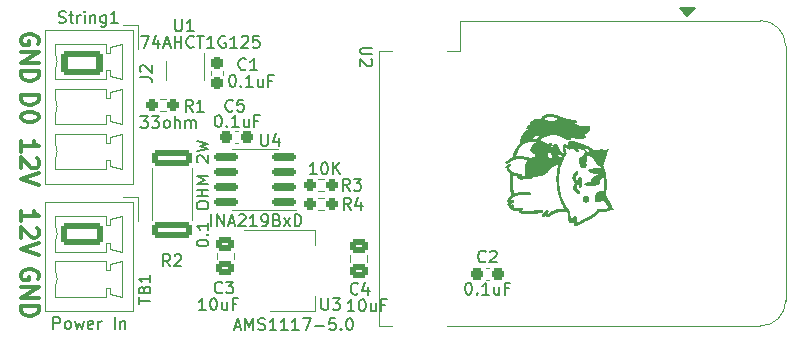
<source format=gbr>
%TF.GenerationSoftware,KiCad,Pcbnew,7.0.7*%
%TF.CreationDate,2024-02-02T19:15:28-05:00*%
%TF.ProjectId,ESP8266_Count3,45535038-3236-4365-9f43-6f756e74332e,rev?*%
%TF.SameCoordinates,Original*%
%TF.FileFunction,Legend,Top*%
%TF.FilePolarity,Positive*%
%FSLAX46Y46*%
G04 Gerber Fmt 4.6, Leading zero omitted, Abs format (unit mm)*
G04 Created by KiCad (PCBNEW 7.0.7) date 2024-02-02 19:15:28*
%MOMM*%
%LPD*%
G01*
G04 APERTURE LIST*
G04 Aperture macros list*
%AMRoundRect*
0 Rectangle with rounded corners*
0 $1 Rounding radius*
0 $2 $3 $4 $5 $6 $7 $8 $9 X,Y pos of 4 corners*
0 Add a 4 corners polygon primitive as box body*
4,1,4,$2,$3,$4,$5,$6,$7,$8,$9,$2,$3,0*
0 Add four circle primitives for the rounded corners*
1,1,$1+$1,$2,$3*
1,1,$1+$1,$4,$5*
1,1,$1+$1,$6,$7*
1,1,$1+$1,$8,$9*
0 Add four rect primitives between the rounded corners*
20,1,$1+$1,$2,$3,$4,$5,0*
20,1,$1+$1,$4,$5,$6,$7,0*
20,1,$1+$1,$6,$7,$8,$9,0*
20,1,$1+$1,$8,$9,$2,$3,0*%
G04 Aperture macros list end*
%ADD10C,0.300000*%
%ADD11C,0.150000*%
%ADD12C,0.120000*%
%ADD13RoundRect,0.249999X1.425001X-0.450001X1.425001X0.450001X-1.425001X0.450001X-1.425001X-0.450001X0*%
%ADD14RoundRect,0.250000X-1.550000X0.650000X-1.550000X-0.650000X1.550000X-0.650000X1.550000X0.650000X0*%
%ADD15O,3.600000X1.800000*%
%ADD16RoundRect,0.237500X-0.250000X-0.237500X0.250000X-0.237500X0.250000X0.237500X-0.250000X0.237500X0*%
%ADD17RoundRect,0.237500X0.237500X-0.300000X0.237500X0.300000X-0.237500X0.300000X-0.237500X-0.300000X0*%
%ADD18R,0.510000X0.700000*%
%ADD19RoundRect,0.150000X0.825000X0.150000X-0.825000X0.150000X-0.825000X-0.150000X0.825000X-0.150000X0*%
%ADD20RoundRect,0.250000X0.475000X-0.337500X0.475000X0.337500X-0.475000X0.337500X-0.475000X-0.337500X0*%
%ADD21R,2.000000X1.500000*%
%ADD22R,2.000000X3.800000*%
%ADD23R,2.000000X2.000000*%
%ADD24O,1.600000X2.000000*%
%ADD25RoundRect,0.237500X-0.300000X-0.237500X0.300000X-0.237500X0.300000X0.237500X-0.300000X0.237500X0*%
%ADD26RoundRect,0.291667X-1.508333X0.758333X-1.508333X-0.758333X1.508333X-0.758333X1.508333X0.758333X0*%
%ADD27O,3.600000X2.100000*%
%ADD28C,5.000000*%
%ADD29C,1.700000*%
G04 APERTURE END LIST*
D10*
X100199171Y-85140225D02*
X100199171Y-84283082D01*
X100199171Y-84711653D02*
X101699171Y-84711653D01*
X101699171Y-84711653D02*
X101484885Y-84568796D01*
X101484885Y-84568796D02*
X101342028Y-84425939D01*
X101342028Y-84425939D02*
X101270600Y-84283082D01*
X101556314Y-85711653D02*
X101627742Y-85783081D01*
X101627742Y-85783081D02*
X101699171Y-85925939D01*
X101699171Y-85925939D02*
X101699171Y-86283081D01*
X101699171Y-86283081D02*
X101627742Y-86425939D01*
X101627742Y-86425939D02*
X101556314Y-86497367D01*
X101556314Y-86497367D02*
X101413457Y-86568796D01*
X101413457Y-86568796D02*
X101270600Y-86568796D01*
X101270600Y-86568796D02*
X101056314Y-86497367D01*
X101056314Y-86497367D02*
X100199171Y-85640224D01*
X100199171Y-85640224D02*
X100199171Y-86568796D01*
X101699171Y-86997367D02*
X100199171Y-87497367D01*
X100199171Y-87497367D02*
X101699171Y-87997367D01*
X101627742Y-76040225D02*
X101699171Y-75897368D01*
X101699171Y-75897368D02*
X101699171Y-75683082D01*
X101699171Y-75683082D02*
X101627742Y-75468796D01*
X101627742Y-75468796D02*
X101484885Y-75325939D01*
X101484885Y-75325939D02*
X101342028Y-75254510D01*
X101342028Y-75254510D02*
X101056314Y-75183082D01*
X101056314Y-75183082D02*
X100842028Y-75183082D01*
X100842028Y-75183082D02*
X100556314Y-75254510D01*
X100556314Y-75254510D02*
X100413457Y-75325939D01*
X100413457Y-75325939D02*
X100270600Y-75468796D01*
X100270600Y-75468796D02*
X100199171Y-75683082D01*
X100199171Y-75683082D02*
X100199171Y-75825939D01*
X100199171Y-75825939D02*
X100270600Y-76040225D01*
X100270600Y-76040225D02*
X100342028Y-76111653D01*
X100342028Y-76111653D02*
X100842028Y-76111653D01*
X100842028Y-76111653D02*
X100842028Y-75825939D01*
X100199171Y-76754510D02*
X101699171Y-76754510D01*
X101699171Y-76754510D02*
X100199171Y-77611653D01*
X100199171Y-77611653D02*
X101699171Y-77611653D01*
X100199171Y-78325939D02*
X101699171Y-78325939D01*
X101699171Y-78325939D02*
X101699171Y-78683082D01*
X101699171Y-78683082D02*
X101627742Y-78897368D01*
X101627742Y-78897368D02*
X101484885Y-79040225D01*
X101484885Y-79040225D02*
X101342028Y-79111654D01*
X101342028Y-79111654D02*
X101056314Y-79183082D01*
X101056314Y-79183082D02*
X100842028Y-79183082D01*
X100842028Y-79183082D02*
X100556314Y-79111654D01*
X100556314Y-79111654D02*
X100413457Y-79040225D01*
X100413457Y-79040225D02*
X100270600Y-78897368D01*
X100270600Y-78897368D02*
X100199171Y-78683082D01*
X100199171Y-78683082D02*
X100199171Y-78325939D01*
X101627742Y-95940225D02*
X101699171Y-95797368D01*
X101699171Y-95797368D02*
X101699171Y-95583082D01*
X101699171Y-95583082D02*
X101627742Y-95368796D01*
X101627742Y-95368796D02*
X101484885Y-95225939D01*
X101484885Y-95225939D02*
X101342028Y-95154510D01*
X101342028Y-95154510D02*
X101056314Y-95083082D01*
X101056314Y-95083082D02*
X100842028Y-95083082D01*
X100842028Y-95083082D02*
X100556314Y-95154510D01*
X100556314Y-95154510D02*
X100413457Y-95225939D01*
X100413457Y-95225939D02*
X100270600Y-95368796D01*
X100270600Y-95368796D02*
X100199171Y-95583082D01*
X100199171Y-95583082D02*
X100199171Y-95725939D01*
X100199171Y-95725939D02*
X100270600Y-95940225D01*
X100270600Y-95940225D02*
X100342028Y-96011653D01*
X100342028Y-96011653D02*
X100842028Y-96011653D01*
X100842028Y-96011653D02*
X100842028Y-95725939D01*
X100199171Y-96654510D02*
X101699171Y-96654510D01*
X101699171Y-96654510D02*
X100199171Y-97511653D01*
X100199171Y-97511653D02*
X101699171Y-97511653D01*
X100199171Y-98225939D02*
X101699171Y-98225939D01*
X101699171Y-98225939D02*
X101699171Y-98583082D01*
X101699171Y-98583082D02*
X101627742Y-98797368D01*
X101627742Y-98797368D02*
X101484885Y-98940225D01*
X101484885Y-98940225D02*
X101342028Y-99011654D01*
X101342028Y-99011654D02*
X101056314Y-99083082D01*
X101056314Y-99083082D02*
X100842028Y-99083082D01*
X100842028Y-99083082D02*
X100556314Y-99011654D01*
X100556314Y-99011654D02*
X100413457Y-98940225D01*
X100413457Y-98940225D02*
X100270600Y-98797368D01*
X100270600Y-98797368D02*
X100199171Y-98583082D01*
X100199171Y-98583082D02*
X100199171Y-98225939D01*
X100199171Y-91040225D02*
X100199171Y-90183082D01*
X100199171Y-90611653D02*
X101699171Y-90611653D01*
X101699171Y-90611653D02*
X101484885Y-90468796D01*
X101484885Y-90468796D02*
X101342028Y-90325939D01*
X101342028Y-90325939D02*
X101270600Y-90183082D01*
X101556314Y-91611653D02*
X101627742Y-91683081D01*
X101627742Y-91683081D02*
X101699171Y-91825939D01*
X101699171Y-91825939D02*
X101699171Y-92183081D01*
X101699171Y-92183081D02*
X101627742Y-92325939D01*
X101627742Y-92325939D02*
X101556314Y-92397367D01*
X101556314Y-92397367D02*
X101413457Y-92468796D01*
X101413457Y-92468796D02*
X101270600Y-92468796D01*
X101270600Y-92468796D02*
X101056314Y-92397367D01*
X101056314Y-92397367D02*
X100199171Y-91540224D01*
X100199171Y-91540224D02*
X100199171Y-92468796D01*
X101699171Y-92897367D02*
X100199171Y-93397367D01*
X100199171Y-93397367D02*
X101699171Y-93897367D01*
X100199171Y-80354510D02*
X101699171Y-80354510D01*
X101699171Y-80354510D02*
X101699171Y-80711653D01*
X101699171Y-80711653D02*
X101627742Y-80925939D01*
X101627742Y-80925939D02*
X101484885Y-81068796D01*
X101484885Y-81068796D02*
X101342028Y-81140225D01*
X101342028Y-81140225D02*
X101056314Y-81211653D01*
X101056314Y-81211653D02*
X100842028Y-81211653D01*
X100842028Y-81211653D02*
X100556314Y-81140225D01*
X100556314Y-81140225D02*
X100413457Y-81068796D01*
X100413457Y-81068796D02*
X100270600Y-80925939D01*
X100270600Y-80925939D02*
X100199171Y-80711653D01*
X100199171Y-80711653D02*
X100199171Y-80354510D01*
X101699171Y-82140225D02*
X101699171Y-82283082D01*
X101699171Y-82283082D02*
X101627742Y-82425939D01*
X101627742Y-82425939D02*
X101556314Y-82497368D01*
X101556314Y-82497368D02*
X101413457Y-82568796D01*
X101413457Y-82568796D02*
X101127742Y-82640225D01*
X101127742Y-82640225D02*
X100770600Y-82640225D01*
X100770600Y-82640225D02*
X100484885Y-82568796D01*
X100484885Y-82568796D02*
X100342028Y-82497368D01*
X100342028Y-82497368D02*
X100270600Y-82425939D01*
X100270600Y-82425939D02*
X100199171Y-82283082D01*
X100199171Y-82283082D02*
X100199171Y-82140225D01*
X100199171Y-82140225D02*
X100270600Y-81997368D01*
X100270600Y-81997368D02*
X100342028Y-81925939D01*
X100342028Y-81925939D02*
X100484885Y-81854510D01*
X100484885Y-81854510D02*
X100770600Y-81783082D01*
X100770600Y-81783082D02*
X101127742Y-81783082D01*
X101127742Y-81783082D02*
X101413457Y-81854510D01*
X101413457Y-81854510D02*
X101556314Y-81925939D01*
X101556314Y-81925939D02*
X101627742Y-81997368D01*
X101627742Y-81997368D02*
X101699171Y-82140225D01*
D11*
X112833333Y-94854819D02*
X112500000Y-94378628D01*
X112261905Y-94854819D02*
X112261905Y-93854819D01*
X112261905Y-93854819D02*
X112642857Y-93854819D01*
X112642857Y-93854819D02*
X112738095Y-93902438D01*
X112738095Y-93902438D02*
X112785714Y-93950057D01*
X112785714Y-93950057D02*
X112833333Y-94045295D01*
X112833333Y-94045295D02*
X112833333Y-94188152D01*
X112833333Y-94188152D02*
X112785714Y-94283390D01*
X112785714Y-94283390D02*
X112738095Y-94331009D01*
X112738095Y-94331009D02*
X112642857Y-94378628D01*
X112642857Y-94378628D02*
X112261905Y-94378628D01*
X113214286Y-93950057D02*
X113261905Y-93902438D01*
X113261905Y-93902438D02*
X113357143Y-93854819D01*
X113357143Y-93854819D02*
X113595238Y-93854819D01*
X113595238Y-93854819D02*
X113690476Y-93902438D01*
X113690476Y-93902438D02*
X113738095Y-93950057D01*
X113738095Y-93950057D02*
X113785714Y-94045295D01*
X113785714Y-94045295D02*
X113785714Y-94140533D01*
X113785714Y-94140533D02*
X113738095Y-94283390D01*
X113738095Y-94283390D02*
X113166667Y-94854819D01*
X113166667Y-94854819D02*
X113785714Y-94854819D01*
X115074819Y-92940475D02*
X115074819Y-92845237D01*
X115074819Y-92845237D02*
X115122438Y-92749999D01*
X115122438Y-92749999D02*
X115170057Y-92702380D01*
X115170057Y-92702380D02*
X115265295Y-92654761D01*
X115265295Y-92654761D02*
X115455771Y-92607142D01*
X115455771Y-92607142D02*
X115693866Y-92607142D01*
X115693866Y-92607142D02*
X115884342Y-92654761D01*
X115884342Y-92654761D02*
X115979580Y-92702380D01*
X115979580Y-92702380D02*
X116027200Y-92749999D01*
X116027200Y-92749999D02*
X116074819Y-92845237D01*
X116074819Y-92845237D02*
X116074819Y-92940475D01*
X116074819Y-92940475D02*
X116027200Y-93035713D01*
X116027200Y-93035713D02*
X115979580Y-93083332D01*
X115979580Y-93083332D02*
X115884342Y-93130951D01*
X115884342Y-93130951D02*
X115693866Y-93178570D01*
X115693866Y-93178570D02*
X115455771Y-93178570D01*
X115455771Y-93178570D02*
X115265295Y-93130951D01*
X115265295Y-93130951D02*
X115170057Y-93083332D01*
X115170057Y-93083332D02*
X115122438Y-93035713D01*
X115122438Y-93035713D02*
X115074819Y-92940475D01*
X115979580Y-92178570D02*
X116027200Y-92130951D01*
X116027200Y-92130951D02*
X116074819Y-92178570D01*
X116074819Y-92178570D02*
X116027200Y-92226189D01*
X116027200Y-92226189D02*
X115979580Y-92178570D01*
X115979580Y-92178570D02*
X116074819Y-92178570D01*
X116074819Y-91178571D02*
X116074819Y-91749999D01*
X116074819Y-91464285D02*
X115074819Y-91464285D01*
X115074819Y-91464285D02*
X115217676Y-91559523D01*
X115217676Y-91559523D02*
X115312914Y-91654761D01*
X115312914Y-91654761D02*
X115360533Y-91749999D01*
X115074819Y-89797618D02*
X115074819Y-89607142D01*
X115074819Y-89607142D02*
X115122438Y-89511904D01*
X115122438Y-89511904D02*
X115217676Y-89416666D01*
X115217676Y-89416666D02*
X115408152Y-89369047D01*
X115408152Y-89369047D02*
X115741485Y-89369047D01*
X115741485Y-89369047D02*
X115931961Y-89416666D01*
X115931961Y-89416666D02*
X116027200Y-89511904D01*
X116027200Y-89511904D02*
X116074819Y-89607142D01*
X116074819Y-89607142D02*
X116074819Y-89797618D01*
X116074819Y-89797618D02*
X116027200Y-89892856D01*
X116027200Y-89892856D02*
X115931961Y-89988094D01*
X115931961Y-89988094D02*
X115741485Y-90035713D01*
X115741485Y-90035713D02*
X115408152Y-90035713D01*
X115408152Y-90035713D02*
X115217676Y-89988094D01*
X115217676Y-89988094D02*
X115122438Y-89892856D01*
X115122438Y-89892856D02*
X115074819Y-89797618D01*
X116074819Y-88940475D02*
X115074819Y-88940475D01*
X115551009Y-88940475D02*
X115551009Y-88369047D01*
X116074819Y-88369047D02*
X115074819Y-88369047D01*
X116074819Y-87892856D02*
X115074819Y-87892856D01*
X115074819Y-87892856D02*
X115789104Y-87559523D01*
X115789104Y-87559523D02*
X115074819Y-87226190D01*
X115074819Y-87226190D02*
X116074819Y-87226190D01*
X115170057Y-86035713D02*
X115122438Y-85988094D01*
X115122438Y-85988094D02*
X115074819Y-85892856D01*
X115074819Y-85892856D02*
X115074819Y-85654761D01*
X115074819Y-85654761D02*
X115122438Y-85559523D01*
X115122438Y-85559523D02*
X115170057Y-85511904D01*
X115170057Y-85511904D02*
X115265295Y-85464285D01*
X115265295Y-85464285D02*
X115360533Y-85464285D01*
X115360533Y-85464285D02*
X115503390Y-85511904D01*
X115503390Y-85511904D02*
X116074819Y-86083332D01*
X116074819Y-86083332D02*
X116074819Y-85464285D01*
X115074819Y-85130951D02*
X116074819Y-84892856D01*
X116074819Y-84892856D02*
X115360533Y-84702380D01*
X115360533Y-84702380D02*
X116074819Y-84511904D01*
X116074819Y-84511904D02*
X115074819Y-84273809D01*
X110154819Y-98061904D02*
X110154819Y-97490476D01*
X111154819Y-97776190D02*
X110154819Y-97776190D01*
X110631009Y-96823809D02*
X110678628Y-96680952D01*
X110678628Y-96680952D02*
X110726247Y-96633333D01*
X110726247Y-96633333D02*
X110821485Y-96585714D01*
X110821485Y-96585714D02*
X110964342Y-96585714D01*
X110964342Y-96585714D02*
X111059580Y-96633333D01*
X111059580Y-96633333D02*
X111107200Y-96680952D01*
X111107200Y-96680952D02*
X111154819Y-96776190D01*
X111154819Y-96776190D02*
X111154819Y-97157142D01*
X111154819Y-97157142D02*
X110154819Y-97157142D01*
X110154819Y-97157142D02*
X110154819Y-96823809D01*
X110154819Y-96823809D02*
X110202438Y-96728571D01*
X110202438Y-96728571D02*
X110250057Y-96680952D01*
X110250057Y-96680952D02*
X110345295Y-96633333D01*
X110345295Y-96633333D02*
X110440533Y-96633333D01*
X110440533Y-96633333D02*
X110535771Y-96680952D01*
X110535771Y-96680952D02*
X110583390Y-96728571D01*
X110583390Y-96728571D02*
X110631009Y-96823809D01*
X110631009Y-96823809D02*
X110631009Y-97157142D01*
X111154819Y-95633333D02*
X111154819Y-96204761D01*
X111154819Y-95919047D02*
X110154819Y-95919047D01*
X110154819Y-95919047D02*
X110297676Y-96014285D01*
X110297676Y-96014285D02*
X110392914Y-96109523D01*
X110392914Y-96109523D02*
X110440533Y-96204761D01*
X102952381Y-100154819D02*
X102952381Y-99154819D01*
X102952381Y-99154819D02*
X103333333Y-99154819D01*
X103333333Y-99154819D02*
X103428571Y-99202438D01*
X103428571Y-99202438D02*
X103476190Y-99250057D01*
X103476190Y-99250057D02*
X103523809Y-99345295D01*
X103523809Y-99345295D02*
X103523809Y-99488152D01*
X103523809Y-99488152D02*
X103476190Y-99583390D01*
X103476190Y-99583390D02*
X103428571Y-99631009D01*
X103428571Y-99631009D02*
X103333333Y-99678628D01*
X103333333Y-99678628D02*
X102952381Y-99678628D01*
X104095238Y-100154819D02*
X104000000Y-100107200D01*
X104000000Y-100107200D02*
X103952381Y-100059580D01*
X103952381Y-100059580D02*
X103904762Y-99964342D01*
X103904762Y-99964342D02*
X103904762Y-99678628D01*
X103904762Y-99678628D02*
X103952381Y-99583390D01*
X103952381Y-99583390D02*
X104000000Y-99535771D01*
X104000000Y-99535771D02*
X104095238Y-99488152D01*
X104095238Y-99488152D02*
X104238095Y-99488152D01*
X104238095Y-99488152D02*
X104333333Y-99535771D01*
X104333333Y-99535771D02*
X104380952Y-99583390D01*
X104380952Y-99583390D02*
X104428571Y-99678628D01*
X104428571Y-99678628D02*
X104428571Y-99964342D01*
X104428571Y-99964342D02*
X104380952Y-100059580D01*
X104380952Y-100059580D02*
X104333333Y-100107200D01*
X104333333Y-100107200D02*
X104238095Y-100154819D01*
X104238095Y-100154819D02*
X104095238Y-100154819D01*
X104761905Y-99488152D02*
X104952381Y-100154819D01*
X104952381Y-100154819D02*
X105142857Y-99678628D01*
X105142857Y-99678628D02*
X105333333Y-100154819D01*
X105333333Y-100154819D02*
X105523809Y-99488152D01*
X106285714Y-100107200D02*
X106190476Y-100154819D01*
X106190476Y-100154819D02*
X106000000Y-100154819D01*
X106000000Y-100154819D02*
X105904762Y-100107200D01*
X105904762Y-100107200D02*
X105857143Y-100011961D01*
X105857143Y-100011961D02*
X105857143Y-99631009D01*
X105857143Y-99631009D02*
X105904762Y-99535771D01*
X105904762Y-99535771D02*
X106000000Y-99488152D01*
X106000000Y-99488152D02*
X106190476Y-99488152D01*
X106190476Y-99488152D02*
X106285714Y-99535771D01*
X106285714Y-99535771D02*
X106333333Y-99631009D01*
X106333333Y-99631009D02*
X106333333Y-99726247D01*
X106333333Y-99726247D02*
X105857143Y-99821485D01*
X106761905Y-100154819D02*
X106761905Y-99488152D01*
X106761905Y-99678628D02*
X106809524Y-99583390D01*
X106809524Y-99583390D02*
X106857143Y-99535771D01*
X106857143Y-99535771D02*
X106952381Y-99488152D01*
X106952381Y-99488152D02*
X107047619Y-99488152D01*
X108142858Y-100154819D02*
X108142858Y-99154819D01*
X108619048Y-99488152D02*
X108619048Y-100154819D01*
X108619048Y-99583390D02*
X108666667Y-99535771D01*
X108666667Y-99535771D02*
X108761905Y-99488152D01*
X108761905Y-99488152D02*
X108904762Y-99488152D01*
X108904762Y-99488152D02*
X109000000Y-99535771D01*
X109000000Y-99535771D02*
X109047619Y-99631009D01*
X109047619Y-99631009D02*
X109047619Y-100154819D01*
X128033333Y-88454819D02*
X127700000Y-87978628D01*
X127461905Y-88454819D02*
X127461905Y-87454819D01*
X127461905Y-87454819D02*
X127842857Y-87454819D01*
X127842857Y-87454819D02*
X127938095Y-87502438D01*
X127938095Y-87502438D02*
X127985714Y-87550057D01*
X127985714Y-87550057D02*
X128033333Y-87645295D01*
X128033333Y-87645295D02*
X128033333Y-87788152D01*
X128033333Y-87788152D02*
X127985714Y-87883390D01*
X127985714Y-87883390D02*
X127938095Y-87931009D01*
X127938095Y-87931009D02*
X127842857Y-87978628D01*
X127842857Y-87978628D02*
X127461905Y-87978628D01*
X128366667Y-87454819D02*
X128985714Y-87454819D01*
X128985714Y-87454819D02*
X128652381Y-87835771D01*
X128652381Y-87835771D02*
X128795238Y-87835771D01*
X128795238Y-87835771D02*
X128890476Y-87883390D01*
X128890476Y-87883390D02*
X128938095Y-87931009D01*
X128938095Y-87931009D02*
X128985714Y-88026247D01*
X128985714Y-88026247D02*
X128985714Y-88264342D01*
X128985714Y-88264342D02*
X128938095Y-88359580D01*
X128938095Y-88359580D02*
X128890476Y-88407200D01*
X128890476Y-88407200D02*
X128795238Y-88454819D01*
X128795238Y-88454819D02*
X128509524Y-88454819D01*
X128509524Y-88454819D02*
X128414286Y-88407200D01*
X128414286Y-88407200D02*
X128366667Y-88359580D01*
X125222023Y-87054819D02*
X124650595Y-87054819D01*
X124936309Y-87054819D02*
X124936309Y-86054819D01*
X124936309Y-86054819D02*
X124841071Y-86197676D01*
X124841071Y-86197676D02*
X124745833Y-86292914D01*
X124745833Y-86292914D02*
X124650595Y-86340533D01*
X125841071Y-86054819D02*
X125936309Y-86054819D01*
X125936309Y-86054819D02*
X126031547Y-86102438D01*
X126031547Y-86102438D02*
X126079166Y-86150057D01*
X126079166Y-86150057D02*
X126126785Y-86245295D01*
X126126785Y-86245295D02*
X126174404Y-86435771D01*
X126174404Y-86435771D02*
X126174404Y-86673866D01*
X126174404Y-86673866D02*
X126126785Y-86864342D01*
X126126785Y-86864342D02*
X126079166Y-86959580D01*
X126079166Y-86959580D02*
X126031547Y-87007200D01*
X126031547Y-87007200D02*
X125936309Y-87054819D01*
X125936309Y-87054819D02*
X125841071Y-87054819D01*
X125841071Y-87054819D02*
X125745833Y-87007200D01*
X125745833Y-87007200D02*
X125698214Y-86959580D01*
X125698214Y-86959580D02*
X125650595Y-86864342D01*
X125650595Y-86864342D02*
X125602976Y-86673866D01*
X125602976Y-86673866D02*
X125602976Y-86435771D01*
X125602976Y-86435771D02*
X125650595Y-86245295D01*
X125650595Y-86245295D02*
X125698214Y-86150057D01*
X125698214Y-86150057D02*
X125745833Y-86102438D01*
X125745833Y-86102438D02*
X125841071Y-86054819D01*
X126602976Y-87054819D02*
X126602976Y-86054819D01*
X127174404Y-87054819D02*
X126745833Y-86483390D01*
X127174404Y-86054819D02*
X126602976Y-86626247D01*
X119233333Y-78159580D02*
X119185714Y-78207200D01*
X119185714Y-78207200D02*
X119042857Y-78254819D01*
X119042857Y-78254819D02*
X118947619Y-78254819D01*
X118947619Y-78254819D02*
X118804762Y-78207200D01*
X118804762Y-78207200D02*
X118709524Y-78111961D01*
X118709524Y-78111961D02*
X118661905Y-78016723D01*
X118661905Y-78016723D02*
X118614286Y-77826247D01*
X118614286Y-77826247D02*
X118614286Y-77683390D01*
X118614286Y-77683390D02*
X118661905Y-77492914D01*
X118661905Y-77492914D02*
X118709524Y-77397676D01*
X118709524Y-77397676D02*
X118804762Y-77302438D01*
X118804762Y-77302438D02*
X118947619Y-77254819D01*
X118947619Y-77254819D02*
X119042857Y-77254819D01*
X119042857Y-77254819D02*
X119185714Y-77302438D01*
X119185714Y-77302438D02*
X119233333Y-77350057D01*
X120185714Y-78254819D02*
X119614286Y-78254819D01*
X119900000Y-78254819D02*
X119900000Y-77254819D01*
X119900000Y-77254819D02*
X119804762Y-77397676D01*
X119804762Y-77397676D02*
X119709524Y-77492914D01*
X119709524Y-77492914D02*
X119614286Y-77540533D01*
X118057143Y-78654819D02*
X118152381Y-78654819D01*
X118152381Y-78654819D02*
X118247619Y-78702438D01*
X118247619Y-78702438D02*
X118295238Y-78750057D01*
X118295238Y-78750057D02*
X118342857Y-78845295D01*
X118342857Y-78845295D02*
X118390476Y-79035771D01*
X118390476Y-79035771D02*
X118390476Y-79273866D01*
X118390476Y-79273866D02*
X118342857Y-79464342D01*
X118342857Y-79464342D02*
X118295238Y-79559580D01*
X118295238Y-79559580D02*
X118247619Y-79607200D01*
X118247619Y-79607200D02*
X118152381Y-79654819D01*
X118152381Y-79654819D02*
X118057143Y-79654819D01*
X118057143Y-79654819D02*
X117961905Y-79607200D01*
X117961905Y-79607200D02*
X117914286Y-79559580D01*
X117914286Y-79559580D02*
X117866667Y-79464342D01*
X117866667Y-79464342D02*
X117819048Y-79273866D01*
X117819048Y-79273866D02*
X117819048Y-79035771D01*
X117819048Y-79035771D02*
X117866667Y-78845295D01*
X117866667Y-78845295D02*
X117914286Y-78750057D01*
X117914286Y-78750057D02*
X117961905Y-78702438D01*
X117961905Y-78702438D02*
X118057143Y-78654819D01*
X118819048Y-79559580D02*
X118866667Y-79607200D01*
X118866667Y-79607200D02*
X118819048Y-79654819D01*
X118819048Y-79654819D02*
X118771429Y-79607200D01*
X118771429Y-79607200D02*
X118819048Y-79559580D01*
X118819048Y-79559580D02*
X118819048Y-79654819D01*
X119819047Y-79654819D02*
X119247619Y-79654819D01*
X119533333Y-79654819D02*
X119533333Y-78654819D01*
X119533333Y-78654819D02*
X119438095Y-78797676D01*
X119438095Y-78797676D02*
X119342857Y-78892914D01*
X119342857Y-78892914D02*
X119247619Y-78940533D01*
X120676190Y-78988152D02*
X120676190Y-79654819D01*
X120247619Y-78988152D02*
X120247619Y-79511961D01*
X120247619Y-79511961D02*
X120295238Y-79607200D01*
X120295238Y-79607200D02*
X120390476Y-79654819D01*
X120390476Y-79654819D02*
X120533333Y-79654819D01*
X120533333Y-79654819D02*
X120628571Y-79607200D01*
X120628571Y-79607200D02*
X120676190Y-79559580D01*
X121485714Y-79131009D02*
X121152381Y-79131009D01*
X121152381Y-79654819D02*
X121152381Y-78654819D01*
X121152381Y-78654819D02*
X121628571Y-78654819D01*
X113238095Y-73954819D02*
X113238095Y-74764342D01*
X113238095Y-74764342D02*
X113285714Y-74859580D01*
X113285714Y-74859580D02*
X113333333Y-74907200D01*
X113333333Y-74907200D02*
X113428571Y-74954819D01*
X113428571Y-74954819D02*
X113619047Y-74954819D01*
X113619047Y-74954819D02*
X113714285Y-74907200D01*
X113714285Y-74907200D02*
X113761904Y-74859580D01*
X113761904Y-74859580D02*
X113809523Y-74764342D01*
X113809523Y-74764342D02*
X113809523Y-73954819D01*
X114809523Y-74954819D02*
X114238095Y-74954819D01*
X114523809Y-74954819D02*
X114523809Y-73954819D01*
X114523809Y-73954819D02*
X114428571Y-74097676D01*
X114428571Y-74097676D02*
X114333333Y-74192914D01*
X114333333Y-74192914D02*
X114238095Y-74240533D01*
X110352381Y-75354819D02*
X111019047Y-75354819D01*
X111019047Y-75354819D02*
X110590476Y-76354819D01*
X111828571Y-75688152D02*
X111828571Y-76354819D01*
X111590476Y-75307200D02*
X111352381Y-76021485D01*
X111352381Y-76021485D02*
X111971428Y-76021485D01*
X112304762Y-76069104D02*
X112780952Y-76069104D01*
X112209524Y-76354819D02*
X112542857Y-75354819D01*
X112542857Y-75354819D02*
X112876190Y-76354819D01*
X113209524Y-76354819D02*
X113209524Y-75354819D01*
X113209524Y-75831009D02*
X113780952Y-75831009D01*
X113780952Y-76354819D02*
X113780952Y-75354819D01*
X114828571Y-76259580D02*
X114780952Y-76307200D01*
X114780952Y-76307200D02*
X114638095Y-76354819D01*
X114638095Y-76354819D02*
X114542857Y-76354819D01*
X114542857Y-76354819D02*
X114400000Y-76307200D01*
X114400000Y-76307200D02*
X114304762Y-76211961D01*
X114304762Y-76211961D02*
X114257143Y-76116723D01*
X114257143Y-76116723D02*
X114209524Y-75926247D01*
X114209524Y-75926247D02*
X114209524Y-75783390D01*
X114209524Y-75783390D02*
X114257143Y-75592914D01*
X114257143Y-75592914D02*
X114304762Y-75497676D01*
X114304762Y-75497676D02*
X114400000Y-75402438D01*
X114400000Y-75402438D02*
X114542857Y-75354819D01*
X114542857Y-75354819D02*
X114638095Y-75354819D01*
X114638095Y-75354819D02*
X114780952Y-75402438D01*
X114780952Y-75402438D02*
X114828571Y-75450057D01*
X115114286Y-75354819D02*
X115685714Y-75354819D01*
X115400000Y-76354819D02*
X115400000Y-75354819D01*
X116542857Y-76354819D02*
X115971429Y-76354819D01*
X116257143Y-76354819D02*
X116257143Y-75354819D01*
X116257143Y-75354819D02*
X116161905Y-75497676D01*
X116161905Y-75497676D02*
X116066667Y-75592914D01*
X116066667Y-75592914D02*
X115971429Y-75640533D01*
X117495238Y-75402438D02*
X117400000Y-75354819D01*
X117400000Y-75354819D02*
X117257143Y-75354819D01*
X117257143Y-75354819D02*
X117114286Y-75402438D01*
X117114286Y-75402438D02*
X117019048Y-75497676D01*
X117019048Y-75497676D02*
X116971429Y-75592914D01*
X116971429Y-75592914D02*
X116923810Y-75783390D01*
X116923810Y-75783390D02*
X116923810Y-75926247D01*
X116923810Y-75926247D02*
X116971429Y-76116723D01*
X116971429Y-76116723D02*
X117019048Y-76211961D01*
X117019048Y-76211961D02*
X117114286Y-76307200D01*
X117114286Y-76307200D02*
X117257143Y-76354819D01*
X117257143Y-76354819D02*
X117352381Y-76354819D01*
X117352381Y-76354819D02*
X117495238Y-76307200D01*
X117495238Y-76307200D02*
X117542857Y-76259580D01*
X117542857Y-76259580D02*
X117542857Y-75926247D01*
X117542857Y-75926247D02*
X117352381Y-75926247D01*
X118495238Y-76354819D02*
X117923810Y-76354819D01*
X118209524Y-76354819D02*
X118209524Y-75354819D01*
X118209524Y-75354819D02*
X118114286Y-75497676D01*
X118114286Y-75497676D02*
X118019048Y-75592914D01*
X118019048Y-75592914D02*
X117923810Y-75640533D01*
X118876191Y-75450057D02*
X118923810Y-75402438D01*
X118923810Y-75402438D02*
X119019048Y-75354819D01*
X119019048Y-75354819D02*
X119257143Y-75354819D01*
X119257143Y-75354819D02*
X119352381Y-75402438D01*
X119352381Y-75402438D02*
X119400000Y-75450057D01*
X119400000Y-75450057D02*
X119447619Y-75545295D01*
X119447619Y-75545295D02*
X119447619Y-75640533D01*
X119447619Y-75640533D02*
X119400000Y-75783390D01*
X119400000Y-75783390D02*
X118828572Y-76354819D01*
X118828572Y-76354819D02*
X119447619Y-76354819D01*
X120352381Y-75354819D02*
X119876191Y-75354819D01*
X119876191Y-75354819D02*
X119828572Y-75831009D01*
X119828572Y-75831009D02*
X119876191Y-75783390D01*
X119876191Y-75783390D02*
X119971429Y-75735771D01*
X119971429Y-75735771D02*
X120209524Y-75735771D01*
X120209524Y-75735771D02*
X120304762Y-75783390D01*
X120304762Y-75783390D02*
X120352381Y-75831009D01*
X120352381Y-75831009D02*
X120400000Y-75926247D01*
X120400000Y-75926247D02*
X120400000Y-76164342D01*
X120400000Y-76164342D02*
X120352381Y-76259580D01*
X120352381Y-76259580D02*
X120304762Y-76307200D01*
X120304762Y-76307200D02*
X120209524Y-76354819D01*
X120209524Y-76354819D02*
X119971429Y-76354819D01*
X119971429Y-76354819D02*
X119876191Y-76307200D01*
X119876191Y-76307200D02*
X119828572Y-76259580D01*
X120538095Y-83654819D02*
X120538095Y-84464342D01*
X120538095Y-84464342D02*
X120585714Y-84559580D01*
X120585714Y-84559580D02*
X120633333Y-84607200D01*
X120633333Y-84607200D02*
X120728571Y-84654819D01*
X120728571Y-84654819D02*
X120919047Y-84654819D01*
X120919047Y-84654819D02*
X121014285Y-84607200D01*
X121014285Y-84607200D02*
X121061904Y-84559580D01*
X121061904Y-84559580D02*
X121109523Y-84464342D01*
X121109523Y-84464342D02*
X121109523Y-83654819D01*
X122014285Y-83988152D02*
X122014285Y-84654819D01*
X121776190Y-83607200D02*
X121538095Y-84321485D01*
X121538095Y-84321485D02*
X122157142Y-84321485D01*
X116314286Y-91454819D02*
X116314286Y-90454819D01*
X116790476Y-91454819D02*
X116790476Y-90454819D01*
X116790476Y-90454819D02*
X117361904Y-91454819D01*
X117361904Y-91454819D02*
X117361904Y-90454819D01*
X117790476Y-91169104D02*
X118266666Y-91169104D01*
X117695238Y-91454819D02*
X118028571Y-90454819D01*
X118028571Y-90454819D02*
X118361904Y-91454819D01*
X118647619Y-90550057D02*
X118695238Y-90502438D01*
X118695238Y-90502438D02*
X118790476Y-90454819D01*
X118790476Y-90454819D02*
X119028571Y-90454819D01*
X119028571Y-90454819D02*
X119123809Y-90502438D01*
X119123809Y-90502438D02*
X119171428Y-90550057D01*
X119171428Y-90550057D02*
X119219047Y-90645295D01*
X119219047Y-90645295D02*
X119219047Y-90740533D01*
X119219047Y-90740533D02*
X119171428Y-90883390D01*
X119171428Y-90883390D02*
X118600000Y-91454819D01*
X118600000Y-91454819D02*
X119219047Y-91454819D01*
X120171428Y-91454819D02*
X119600000Y-91454819D01*
X119885714Y-91454819D02*
X119885714Y-90454819D01*
X119885714Y-90454819D02*
X119790476Y-90597676D01*
X119790476Y-90597676D02*
X119695238Y-90692914D01*
X119695238Y-90692914D02*
X119600000Y-90740533D01*
X120647619Y-91454819D02*
X120838095Y-91454819D01*
X120838095Y-91454819D02*
X120933333Y-91407200D01*
X120933333Y-91407200D02*
X120980952Y-91359580D01*
X120980952Y-91359580D02*
X121076190Y-91216723D01*
X121076190Y-91216723D02*
X121123809Y-91026247D01*
X121123809Y-91026247D02*
X121123809Y-90645295D01*
X121123809Y-90645295D02*
X121076190Y-90550057D01*
X121076190Y-90550057D02*
X121028571Y-90502438D01*
X121028571Y-90502438D02*
X120933333Y-90454819D01*
X120933333Y-90454819D02*
X120742857Y-90454819D01*
X120742857Y-90454819D02*
X120647619Y-90502438D01*
X120647619Y-90502438D02*
X120600000Y-90550057D01*
X120600000Y-90550057D02*
X120552381Y-90645295D01*
X120552381Y-90645295D02*
X120552381Y-90883390D01*
X120552381Y-90883390D02*
X120600000Y-90978628D01*
X120600000Y-90978628D02*
X120647619Y-91026247D01*
X120647619Y-91026247D02*
X120742857Y-91073866D01*
X120742857Y-91073866D02*
X120933333Y-91073866D01*
X120933333Y-91073866D02*
X121028571Y-91026247D01*
X121028571Y-91026247D02*
X121076190Y-90978628D01*
X121076190Y-90978628D02*
X121123809Y-90883390D01*
X121885714Y-90931009D02*
X122028571Y-90978628D01*
X122028571Y-90978628D02*
X122076190Y-91026247D01*
X122076190Y-91026247D02*
X122123809Y-91121485D01*
X122123809Y-91121485D02*
X122123809Y-91264342D01*
X122123809Y-91264342D02*
X122076190Y-91359580D01*
X122076190Y-91359580D02*
X122028571Y-91407200D01*
X122028571Y-91407200D02*
X121933333Y-91454819D01*
X121933333Y-91454819D02*
X121552381Y-91454819D01*
X121552381Y-91454819D02*
X121552381Y-90454819D01*
X121552381Y-90454819D02*
X121885714Y-90454819D01*
X121885714Y-90454819D02*
X121980952Y-90502438D01*
X121980952Y-90502438D02*
X122028571Y-90550057D01*
X122028571Y-90550057D02*
X122076190Y-90645295D01*
X122076190Y-90645295D02*
X122076190Y-90740533D01*
X122076190Y-90740533D02*
X122028571Y-90835771D01*
X122028571Y-90835771D02*
X121980952Y-90883390D01*
X121980952Y-90883390D02*
X121885714Y-90931009D01*
X121885714Y-90931009D02*
X121552381Y-90931009D01*
X122457143Y-91454819D02*
X122980952Y-90788152D01*
X122457143Y-90788152D02*
X122980952Y-91454819D01*
X123361905Y-91454819D02*
X123361905Y-90454819D01*
X123361905Y-90454819D02*
X123600000Y-90454819D01*
X123600000Y-90454819D02*
X123742857Y-90502438D01*
X123742857Y-90502438D02*
X123838095Y-90597676D01*
X123838095Y-90597676D02*
X123885714Y-90692914D01*
X123885714Y-90692914D02*
X123933333Y-90883390D01*
X123933333Y-90883390D02*
X123933333Y-91026247D01*
X123933333Y-91026247D02*
X123885714Y-91216723D01*
X123885714Y-91216723D02*
X123838095Y-91311961D01*
X123838095Y-91311961D02*
X123742857Y-91407200D01*
X123742857Y-91407200D02*
X123600000Y-91454819D01*
X123600000Y-91454819D02*
X123361905Y-91454819D01*
X128733333Y-97159580D02*
X128685714Y-97207200D01*
X128685714Y-97207200D02*
X128542857Y-97254819D01*
X128542857Y-97254819D02*
X128447619Y-97254819D01*
X128447619Y-97254819D02*
X128304762Y-97207200D01*
X128304762Y-97207200D02*
X128209524Y-97111961D01*
X128209524Y-97111961D02*
X128161905Y-97016723D01*
X128161905Y-97016723D02*
X128114286Y-96826247D01*
X128114286Y-96826247D02*
X128114286Y-96683390D01*
X128114286Y-96683390D02*
X128161905Y-96492914D01*
X128161905Y-96492914D02*
X128209524Y-96397676D01*
X128209524Y-96397676D02*
X128304762Y-96302438D01*
X128304762Y-96302438D02*
X128447619Y-96254819D01*
X128447619Y-96254819D02*
X128542857Y-96254819D01*
X128542857Y-96254819D02*
X128685714Y-96302438D01*
X128685714Y-96302438D02*
X128733333Y-96350057D01*
X129590476Y-96588152D02*
X129590476Y-97254819D01*
X129352381Y-96207200D02*
X129114286Y-96921485D01*
X129114286Y-96921485D02*
X129733333Y-96921485D01*
X128428571Y-98654819D02*
X127857143Y-98654819D01*
X128142857Y-98654819D02*
X128142857Y-97654819D01*
X128142857Y-97654819D02*
X128047619Y-97797676D01*
X128047619Y-97797676D02*
X127952381Y-97892914D01*
X127952381Y-97892914D02*
X127857143Y-97940533D01*
X129047619Y-97654819D02*
X129142857Y-97654819D01*
X129142857Y-97654819D02*
X129238095Y-97702438D01*
X129238095Y-97702438D02*
X129285714Y-97750057D01*
X129285714Y-97750057D02*
X129333333Y-97845295D01*
X129333333Y-97845295D02*
X129380952Y-98035771D01*
X129380952Y-98035771D02*
X129380952Y-98273866D01*
X129380952Y-98273866D02*
X129333333Y-98464342D01*
X129333333Y-98464342D02*
X129285714Y-98559580D01*
X129285714Y-98559580D02*
X129238095Y-98607200D01*
X129238095Y-98607200D02*
X129142857Y-98654819D01*
X129142857Y-98654819D02*
X129047619Y-98654819D01*
X129047619Y-98654819D02*
X128952381Y-98607200D01*
X128952381Y-98607200D02*
X128904762Y-98559580D01*
X128904762Y-98559580D02*
X128857143Y-98464342D01*
X128857143Y-98464342D02*
X128809524Y-98273866D01*
X128809524Y-98273866D02*
X128809524Y-98035771D01*
X128809524Y-98035771D02*
X128857143Y-97845295D01*
X128857143Y-97845295D02*
X128904762Y-97750057D01*
X128904762Y-97750057D02*
X128952381Y-97702438D01*
X128952381Y-97702438D02*
X129047619Y-97654819D01*
X130238095Y-97988152D02*
X130238095Y-98654819D01*
X129809524Y-97988152D02*
X129809524Y-98511961D01*
X129809524Y-98511961D02*
X129857143Y-98607200D01*
X129857143Y-98607200D02*
X129952381Y-98654819D01*
X129952381Y-98654819D02*
X130095238Y-98654819D01*
X130095238Y-98654819D02*
X130190476Y-98607200D01*
X130190476Y-98607200D02*
X130238095Y-98559580D01*
X131047619Y-98131009D02*
X130714286Y-98131009D01*
X130714286Y-98654819D02*
X130714286Y-97654819D01*
X130714286Y-97654819D02*
X131190476Y-97654819D01*
X114733333Y-81754819D02*
X114400000Y-81278628D01*
X114161905Y-81754819D02*
X114161905Y-80754819D01*
X114161905Y-80754819D02*
X114542857Y-80754819D01*
X114542857Y-80754819D02*
X114638095Y-80802438D01*
X114638095Y-80802438D02*
X114685714Y-80850057D01*
X114685714Y-80850057D02*
X114733333Y-80945295D01*
X114733333Y-80945295D02*
X114733333Y-81088152D01*
X114733333Y-81088152D02*
X114685714Y-81183390D01*
X114685714Y-81183390D02*
X114638095Y-81231009D01*
X114638095Y-81231009D02*
X114542857Y-81278628D01*
X114542857Y-81278628D02*
X114161905Y-81278628D01*
X115685714Y-81754819D02*
X115114286Y-81754819D01*
X115400000Y-81754819D02*
X115400000Y-80754819D01*
X115400000Y-80754819D02*
X115304762Y-80897676D01*
X115304762Y-80897676D02*
X115209524Y-80992914D01*
X115209524Y-80992914D02*
X115114286Y-81040533D01*
X110319048Y-82154819D02*
X110938095Y-82154819D01*
X110938095Y-82154819D02*
X110604762Y-82535771D01*
X110604762Y-82535771D02*
X110747619Y-82535771D01*
X110747619Y-82535771D02*
X110842857Y-82583390D01*
X110842857Y-82583390D02*
X110890476Y-82631009D01*
X110890476Y-82631009D02*
X110938095Y-82726247D01*
X110938095Y-82726247D02*
X110938095Y-82964342D01*
X110938095Y-82964342D02*
X110890476Y-83059580D01*
X110890476Y-83059580D02*
X110842857Y-83107200D01*
X110842857Y-83107200D02*
X110747619Y-83154819D01*
X110747619Y-83154819D02*
X110461905Y-83154819D01*
X110461905Y-83154819D02*
X110366667Y-83107200D01*
X110366667Y-83107200D02*
X110319048Y-83059580D01*
X111271429Y-82154819D02*
X111890476Y-82154819D01*
X111890476Y-82154819D02*
X111557143Y-82535771D01*
X111557143Y-82535771D02*
X111700000Y-82535771D01*
X111700000Y-82535771D02*
X111795238Y-82583390D01*
X111795238Y-82583390D02*
X111842857Y-82631009D01*
X111842857Y-82631009D02*
X111890476Y-82726247D01*
X111890476Y-82726247D02*
X111890476Y-82964342D01*
X111890476Y-82964342D02*
X111842857Y-83059580D01*
X111842857Y-83059580D02*
X111795238Y-83107200D01*
X111795238Y-83107200D02*
X111700000Y-83154819D01*
X111700000Y-83154819D02*
X111414286Y-83154819D01*
X111414286Y-83154819D02*
X111319048Y-83107200D01*
X111319048Y-83107200D02*
X111271429Y-83059580D01*
X112461905Y-83154819D02*
X112366667Y-83107200D01*
X112366667Y-83107200D02*
X112319048Y-83059580D01*
X112319048Y-83059580D02*
X112271429Y-82964342D01*
X112271429Y-82964342D02*
X112271429Y-82678628D01*
X112271429Y-82678628D02*
X112319048Y-82583390D01*
X112319048Y-82583390D02*
X112366667Y-82535771D01*
X112366667Y-82535771D02*
X112461905Y-82488152D01*
X112461905Y-82488152D02*
X112604762Y-82488152D01*
X112604762Y-82488152D02*
X112700000Y-82535771D01*
X112700000Y-82535771D02*
X112747619Y-82583390D01*
X112747619Y-82583390D02*
X112795238Y-82678628D01*
X112795238Y-82678628D02*
X112795238Y-82964342D01*
X112795238Y-82964342D02*
X112747619Y-83059580D01*
X112747619Y-83059580D02*
X112700000Y-83107200D01*
X112700000Y-83107200D02*
X112604762Y-83154819D01*
X112604762Y-83154819D02*
X112461905Y-83154819D01*
X113223810Y-83154819D02*
X113223810Y-82154819D01*
X113652381Y-83154819D02*
X113652381Y-82631009D01*
X113652381Y-82631009D02*
X113604762Y-82535771D01*
X113604762Y-82535771D02*
X113509524Y-82488152D01*
X113509524Y-82488152D02*
X113366667Y-82488152D01*
X113366667Y-82488152D02*
X113271429Y-82535771D01*
X113271429Y-82535771D02*
X113223810Y-82583390D01*
X114128572Y-83154819D02*
X114128572Y-82488152D01*
X114128572Y-82583390D02*
X114176191Y-82535771D01*
X114176191Y-82535771D02*
X114271429Y-82488152D01*
X114271429Y-82488152D02*
X114414286Y-82488152D01*
X114414286Y-82488152D02*
X114509524Y-82535771D01*
X114509524Y-82535771D02*
X114557143Y-82631009D01*
X114557143Y-82631009D02*
X114557143Y-83154819D01*
X114557143Y-82631009D02*
X114604762Y-82535771D01*
X114604762Y-82535771D02*
X114700000Y-82488152D01*
X114700000Y-82488152D02*
X114842857Y-82488152D01*
X114842857Y-82488152D02*
X114938096Y-82535771D01*
X114938096Y-82535771D02*
X114985715Y-82631009D01*
X114985715Y-82631009D02*
X114985715Y-83154819D01*
X125638095Y-97554819D02*
X125638095Y-98364342D01*
X125638095Y-98364342D02*
X125685714Y-98459580D01*
X125685714Y-98459580D02*
X125733333Y-98507200D01*
X125733333Y-98507200D02*
X125828571Y-98554819D01*
X125828571Y-98554819D02*
X126019047Y-98554819D01*
X126019047Y-98554819D02*
X126114285Y-98507200D01*
X126114285Y-98507200D02*
X126161904Y-98459580D01*
X126161904Y-98459580D02*
X126209523Y-98364342D01*
X126209523Y-98364342D02*
X126209523Y-97554819D01*
X126590476Y-97554819D02*
X127209523Y-97554819D01*
X127209523Y-97554819D02*
X126876190Y-97935771D01*
X126876190Y-97935771D02*
X127019047Y-97935771D01*
X127019047Y-97935771D02*
X127114285Y-97983390D01*
X127114285Y-97983390D02*
X127161904Y-98031009D01*
X127161904Y-98031009D02*
X127209523Y-98126247D01*
X127209523Y-98126247D02*
X127209523Y-98364342D01*
X127209523Y-98364342D02*
X127161904Y-98459580D01*
X127161904Y-98459580D02*
X127114285Y-98507200D01*
X127114285Y-98507200D02*
X127019047Y-98554819D01*
X127019047Y-98554819D02*
X126733333Y-98554819D01*
X126733333Y-98554819D02*
X126638095Y-98507200D01*
X126638095Y-98507200D02*
X126590476Y-98459580D01*
X118300000Y-99969104D02*
X118776190Y-99969104D01*
X118204762Y-100254819D02*
X118538095Y-99254819D01*
X118538095Y-99254819D02*
X118871428Y-100254819D01*
X119204762Y-100254819D02*
X119204762Y-99254819D01*
X119204762Y-99254819D02*
X119538095Y-99969104D01*
X119538095Y-99969104D02*
X119871428Y-99254819D01*
X119871428Y-99254819D02*
X119871428Y-100254819D01*
X120300000Y-100207200D02*
X120442857Y-100254819D01*
X120442857Y-100254819D02*
X120680952Y-100254819D01*
X120680952Y-100254819D02*
X120776190Y-100207200D01*
X120776190Y-100207200D02*
X120823809Y-100159580D01*
X120823809Y-100159580D02*
X120871428Y-100064342D01*
X120871428Y-100064342D02*
X120871428Y-99969104D01*
X120871428Y-99969104D02*
X120823809Y-99873866D01*
X120823809Y-99873866D02*
X120776190Y-99826247D01*
X120776190Y-99826247D02*
X120680952Y-99778628D01*
X120680952Y-99778628D02*
X120490476Y-99731009D01*
X120490476Y-99731009D02*
X120395238Y-99683390D01*
X120395238Y-99683390D02*
X120347619Y-99635771D01*
X120347619Y-99635771D02*
X120300000Y-99540533D01*
X120300000Y-99540533D02*
X120300000Y-99445295D01*
X120300000Y-99445295D02*
X120347619Y-99350057D01*
X120347619Y-99350057D02*
X120395238Y-99302438D01*
X120395238Y-99302438D02*
X120490476Y-99254819D01*
X120490476Y-99254819D02*
X120728571Y-99254819D01*
X120728571Y-99254819D02*
X120871428Y-99302438D01*
X121823809Y-100254819D02*
X121252381Y-100254819D01*
X121538095Y-100254819D02*
X121538095Y-99254819D01*
X121538095Y-99254819D02*
X121442857Y-99397676D01*
X121442857Y-99397676D02*
X121347619Y-99492914D01*
X121347619Y-99492914D02*
X121252381Y-99540533D01*
X122776190Y-100254819D02*
X122204762Y-100254819D01*
X122490476Y-100254819D02*
X122490476Y-99254819D01*
X122490476Y-99254819D02*
X122395238Y-99397676D01*
X122395238Y-99397676D02*
X122300000Y-99492914D01*
X122300000Y-99492914D02*
X122204762Y-99540533D01*
X123728571Y-100254819D02*
X123157143Y-100254819D01*
X123442857Y-100254819D02*
X123442857Y-99254819D01*
X123442857Y-99254819D02*
X123347619Y-99397676D01*
X123347619Y-99397676D02*
X123252381Y-99492914D01*
X123252381Y-99492914D02*
X123157143Y-99540533D01*
X124061905Y-99254819D02*
X124728571Y-99254819D01*
X124728571Y-99254819D02*
X124300000Y-100254819D01*
X125109524Y-99873866D02*
X125871429Y-99873866D01*
X126823809Y-99254819D02*
X126347619Y-99254819D01*
X126347619Y-99254819D02*
X126300000Y-99731009D01*
X126300000Y-99731009D02*
X126347619Y-99683390D01*
X126347619Y-99683390D02*
X126442857Y-99635771D01*
X126442857Y-99635771D02*
X126680952Y-99635771D01*
X126680952Y-99635771D02*
X126776190Y-99683390D01*
X126776190Y-99683390D02*
X126823809Y-99731009D01*
X126823809Y-99731009D02*
X126871428Y-99826247D01*
X126871428Y-99826247D02*
X126871428Y-100064342D01*
X126871428Y-100064342D02*
X126823809Y-100159580D01*
X126823809Y-100159580D02*
X126776190Y-100207200D01*
X126776190Y-100207200D02*
X126680952Y-100254819D01*
X126680952Y-100254819D02*
X126442857Y-100254819D01*
X126442857Y-100254819D02*
X126347619Y-100207200D01*
X126347619Y-100207200D02*
X126300000Y-100159580D01*
X127300000Y-100159580D02*
X127347619Y-100207200D01*
X127347619Y-100207200D02*
X127300000Y-100254819D01*
X127300000Y-100254819D02*
X127252381Y-100207200D01*
X127252381Y-100207200D02*
X127300000Y-100159580D01*
X127300000Y-100159580D02*
X127300000Y-100254819D01*
X127966666Y-99254819D02*
X128061904Y-99254819D01*
X128061904Y-99254819D02*
X128157142Y-99302438D01*
X128157142Y-99302438D02*
X128204761Y-99350057D01*
X128204761Y-99350057D02*
X128252380Y-99445295D01*
X128252380Y-99445295D02*
X128299999Y-99635771D01*
X128299999Y-99635771D02*
X128299999Y-99873866D01*
X128299999Y-99873866D02*
X128252380Y-100064342D01*
X128252380Y-100064342D02*
X128204761Y-100159580D01*
X128204761Y-100159580D02*
X128157142Y-100207200D01*
X128157142Y-100207200D02*
X128061904Y-100254819D01*
X128061904Y-100254819D02*
X127966666Y-100254819D01*
X127966666Y-100254819D02*
X127871428Y-100207200D01*
X127871428Y-100207200D02*
X127823809Y-100159580D01*
X127823809Y-100159580D02*
X127776190Y-100064342D01*
X127776190Y-100064342D02*
X127728571Y-99873866D01*
X127728571Y-99873866D02*
X127728571Y-99635771D01*
X127728571Y-99635771D02*
X127776190Y-99445295D01*
X127776190Y-99445295D02*
X127823809Y-99350057D01*
X127823809Y-99350057D02*
X127871428Y-99302438D01*
X127871428Y-99302438D02*
X127966666Y-99254819D01*
X129945180Y-76338095D02*
X129135657Y-76338095D01*
X129135657Y-76338095D02*
X129040419Y-76385714D01*
X129040419Y-76385714D02*
X128992800Y-76433333D01*
X128992800Y-76433333D02*
X128945180Y-76528571D01*
X128945180Y-76528571D02*
X128945180Y-76719047D01*
X128945180Y-76719047D02*
X128992800Y-76814285D01*
X128992800Y-76814285D02*
X129040419Y-76861904D01*
X129040419Y-76861904D02*
X129135657Y-76909523D01*
X129135657Y-76909523D02*
X129945180Y-76909523D01*
X129849942Y-77338095D02*
X129897561Y-77385714D01*
X129897561Y-77385714D02*
X129945180Y-77480952D01*
X129945180Y-77480952D02*
X129945180Y-77719047D01*
X129945180Y-77719047D02*
X129897561Y-77814285D01*
X129897561Y-77814285D02*
X129849942Y-77861904D01*
X129849942Y-77861904D02*
X129754704Y-77909523D01*
X129754704Y-77909523D02*
X129659466Y-77909523D01*
X129659466Y-77909523D02*
X129516609Y-77861904D01*
X129516609Y-77861904D02*
X128945180Y-77290476D01*
X128945180Y-77290476D02*
X128945180Y-77909523D01*
X118133333Y-81659580D02*
X118085714Y-81707200D01*
X118085714Y-81707200D02*
X117942857Y-81754819D01*
X117942857Y-81754819D02*
X117847619Y-81754819D01*
X117847619Y-81754819D02*
X117704762Y-81707200D01*
X117704762Y-81707200D02*
X117609524Y-81611961D01*
X117609524Y-81611961D02*
X117561905Y-81516723D01*
X117561905Y-81516723D02*
X117514286Y-81326247D01*
X117514286Y-81326247D02*
X117514286Y-81183390D01*
X117514286Y-81183390D02*
X117561905Y-80992914D01*
X117561905Y-80992914D02*
X117609524Y-80897676D01*
X117609524Y-80897676D02*
X117704762Y-80802438D01*
X117704762Y-80802438D02*
X117847619Y-80754819D01*
X117847619Y-80754819D02*
X117942857Y-80754819D01*
X117942857Y-80754819D02*
X118085714Y-80802438D01*
X118085714Y-80802438D02*
X118133333Y-80850057D01*
X119038095Y-80754819D02*
X118561905Y-80754819D01*
X118561905Y-80754819D02*
X118514286Y-81231009D01*
X118514286Y-81231009D02*
X118561905Y-81183390D01*
X118561905Y-81183390D02*
X118657143Y-81135771D01*
X118657143Y-81135771D02*
X118895238Y-81135771D01*
X118895238Y-81135771D02*
X118990476Y-81183390D01*
X118990476Y-81183390D02*
X119038095Y-81231009D01*
X119038095Y-81231009D02*
X119085714Y-81326247D01*
X119085714Y-81326247D02*
X119085714Y-81564342D01*
X119085714Y-81564342D02*
X119038095Y-81659580D01*
X119038095Y-81659580D02*
X118990476Y-81707200D01*
X118990476Y-81707200D02*
X118895238Y-81754819D01*
X118895238Y-81754819D02*
X118657143Y-81754819D01*
X118657143Y-81754819D02*
X118561905Y-81707200D01*
X118561905Y-81707200D02*
X118514286Y-81659580D01*
X116857143Y-82054819D02*
X116952381Y-82054819D01*
X116952381Y-82054819D02*
X117047619Y-82102438D01*
X117047619Y-82102438D02*
X117095238Y-82150057D01*
X117095238Y-82150057D02*
X117142857Y-82245295D01*
X117142857Y-82245295D02*
X117190476Y-82435771D01*
X117190476Y-82435771D02*
X117190476Y-82673866D01*
X117190476Y-82673866D02*
X117142857Y-82864342D01*
X117142857Y-82864342D02*
X117095238Y-82959580D01*
X117095238Y-82959580D02*
X117047619Y-83007200D01*
X117047619Y-83007200D02*
X116952381Y-83054819D01*
X116952381Y-83054819D02*
X116857143Y-83054819D01*
X116857143Y-83054819D02*
X116761905Y-83007200D01*
X116761905Y-83007200D02*
X116714286Y-82959580D01*
X116714286Y-82959580D02*
X116666667Y-82864342D01*
X116666667Y-82864342D02*
X116619048Y-82673866D01*
X116619048Y-82673866D02*
X116619048Y-82435771D01*
X116619048Y-82435771D02*
X116666667Y-82245295D01*
X116666667Y-82245295D02*
X116714286Y-82150057D01*
X116714286Y-82150057D02*
X116761905Y-82102438D01*
X116761905Y-82102438D02*
X116857143Y-82054819D01*
X117619048Y-82959580D02*
X117666667Y-83007200D01*
X117666667Y-83007200D02*
X117619048Y-83054819D01*
X117619048Y-83054819D02*
X117571429Y-83007200D01*
X117571429Y-83007200D02*
X117619048Y-82959580D01*
X117619048Y-82959580D02*
X117619048Y-83054819D01*
X118619047Y-83054819D02*
X118047619Y-83054819D01*
X118333333Y-83054819D02*
X118333333Y-82054819D01*
X118333333Y-82054819D02*
X118238095Y-82197676D01*
X118238095Y-82197676D02*
X118142857Y-82292914D01*
X118142857Y-82292914D02*
X118047619Y-82340533D01*
X119476190Y-82388152D02*
X119476190Y-83054819D01*
X119047619Y-82388152D02*
X119047619Y-82911961D01*
X119047619Y-82911961D02*
X119095238Y-83007200D01*
X119095238Y-83007200D02*
X119190476Y-83054819D01*
X119190476Y-83054819D02*
X119333333Y-83054819D01*
X119333333Y-83054819D02*
X119428571Y-83007200D01*
X119428571Y-83007200D02*
X119476190Y-82959580D01*
X120285714Y-82531009D02*
X119952381Y-82531009D01*
X119952381Y-83054819D02*
X119952381Y-82054819D01*
X119952381Y-82054819D02*
X120428571Y-82054819D01*
X139533333Y-94429580D02*
X139485714Y-94477200D01*
X139485714Y-94477200D02*
X139342857Y-94524819D01*
X139342857Y-94524819D02*
X139247619Y-94524819D01*
X139247619Y-94524819D02*
X139104762Y-94477200D01*
X139104762Y-94477200D02*
X139009524Y-94381961D01*
X139009524Y-94381961D02*
X138961905Y-94286723D01*
X138961905Y-94286723D02*
X138914286Y-94096247D01*
X138914286Y-94096247D02*
X138914286Y-93953390D01*
X138914286Y-93953390D02*
X138961905Y-93762914D01*
X138961905Y-93762914D02*
X139009524Y-93667676D01*
X139009524Y-93667676D02*
X139104762Y-93572438D01*
X139104762Y-93572438D02*
X139247619Y-93524819D01*
X139247619Y-93524819D02*
X139342857Y-93524819D01*
X139342857Y-93524819D02*
X139485714Y-93572438D01*
X139485714Y-93572438D02*
X139533333Y-93620057D01*
X139914286Y-93620057D02*
X139961905Y-93572438D01*
X139961905Y-93572438D02*
X140057143Y-93524819D01*
X140057143Y-93524819D02*
X140295238Y-93524819D01*
X140295238Y-93524819D02*
X140390476Y-93572438D01*
X140390476Y-93572438D02*
X140438095Y-93620057D01*
X140438095Y-93620057D02*
X140485714Y-93715295D01*
X140485714Y-93715295D02*
X140485714Y-93810533D01*
X140485714Y-93810533D02*
X140438095Y-93953390D01*
X140438095Y-93953390D02*
X139866667Y-94524819D01*
X139866667Y-94524819D02*
X140485714Y-94524819D01*
X138057143Y-96254819D02*
X138152381Y-96254819D01*
X138152381Y-96254819D02*
X138247619Y-96302438D01*
X138247619Y-96302438D02*
X138295238Y-96350057D01*
X138295238Y-96350057D02*
X138342857Y-96445295D01*
X138342857Y-96445295D02*
X138390476Y-96635771D01*
X138390476Y-96635771D02*
X138390476Y-96873866D01*
X138390476Y-96873866D02*
X138342857Y-97064342D01*
X138342857Y-97064342D02*
X138295238Y-97159580D01*
X138295238Y-97159580D02*
X138247619Y-97207200D01*
X138247619Y-97207200D02*
X138152381Y-97254819D01*
X138152381Y-97254819D02*
X138057143Y-97254819D01*
X138057143Y-97254819D02*
X137961905Y-97207200D01*
X137961905Y-97207200D02*
X137914286Y-97159580D01*
X137914286Y-97159580D02*
X137866667Y-97064342D01*
X137866667Y-97064342D02*
X137819048Y-96873866D01*
X137819048Y-96873866D02*
X137819048Y-96635771D01*
X137819048Y-96635771D02*
X137866667Y-96445295D01*
X137866667Y-96445295D02*
X137914286Y-96350057D01*
X137914286Y-96350057D02*
X137961905Y-96302438D01*
X137961905Y-96302438D02*
X138057143Y-96254819D01*
X138819048Y-97159580D02*
X138866667Y-97207200D01*
X138866667Y-97207200D02*
X138819048Y-97254819D01*
X138819048Y-97254819D02*
X138771429Y-97207200D01*
X138771429Y-97207200D02*
X138819048Y-97159580D01*
X138819048Y-97159580D02*
X138819048Y-97254819D01*
X139819047Y-97254819D02*
X139247619Y-97254819D01*
X139533333Y-97254819D02*
X139533333Y-96254819D01*
X139533333Y-96254819D02*
X139438095Y-96397676D01*
X139438095Y-96397676D02*
X139342857Y-96492914D01*
X139342857Y-96492914D02*
X139247619Y-96540533D01*
X140676190Y-96588152D02*
X140676190Y-97254819D01*
X140247619Y-96588152D02*
X140247619Y-97111961D01*
X140247619Y-97111961D02*
X140295238Y-97207200D01*
X140295238Y-97207200D02*
X140390476Y-97254819D01*
X140390476Y-97254819D02*
X140533333Y-97254819D01*
X140533333Y-97254819D02*
X140628571Y-97207200D01*
X140628571Y-97207200D02*
X140676190Y-97159580D01*
X141485714Y-96731009D02*
X141152381Y-96731009D01*
X141152381Y-97254819D02*
X141152381Y-96254819D01*
X141152381Y-96254819D02*
X141628571Y-96254819D01*
X117233333Y-97059580D02*
X117185714Y-97107200D01*
X117185714Y-97107200D02*
X117042857Y-97154819D01*
X117042857Y-97154819D02*
X116947619Y-97154819D01*
X116947619Y-97154819D02*
X116804762Y-97107200D01*
X116804762Y-97107200D02*
X116709524Y-97011961D01*
X116709524Y-97011961D02*
X116661905Y-96916723D01*
X116661905Y-96916723D02*
X116614286Y-96726247D01*
X116614286Y-96726247D02*
X116614286Y-96583390D01*
X116614286Y-96583390D02*
X116661905Y-96392914D01*
X116661905Y-96392914D02*
X116709524Y-96297676D01*
X116709524Y-96297676D02*
X116804762Y-96202438D01*
X116804762Y-96202438D02*
X116947619Y-96154819D01*
X116947619Y-96154819D02*
X117042857Y-96154819D01*
X117042857Y-96154819D02*
X117185714Y-96202438D01*
X117185714Y-96202438D02*
X117233333Y-96250057D01*
X117566667Y-96154819D02*
X118185714Y-96154819D01*
X118185714Y-96154819D02*
X117852381Y-96535771D01*
X117852381Y-96535771D02*
X117995238Y-96535771D01*
X117995238Y-96535771D02*
X118090476Y-96583390D01*
X118090476Y-96583390D02*
X118138095Y-96631009D01*
X118138095Y-96631009D02*
X118185714Y-96726247D01*
X118185714Y-96726247D02*
X118185714Y-96964342D01*
X118185714Y-96964342D02*
X118138095Y-97059580D01*
X118138095Y-97059580D02*
X118090476Y-97107200D01*
X118090476Y-97107200D02*
X117995238Y-97154819D01*
X117995238Y-97154819D02*
X117709524Y-97154819D01*
X117709524Y-97154819D02*
X117614286Y-97107200D01*
X117614286Y-97107200D02*
X117566667Y-97059580D01*
X115828571Y-98554819D02*
X115257143Y-98554819D01*
X115542857Y-98554819D02*
X115542857Y-97554819D01*
X115542857Y-97554819D02*
X115447619Y-97697676D01*
X115447619Y-97697676D02*
X115352381Y-97792914D01*
X115352381Y-97792914D02*
X115257143Y-97840533D01*
X116447619Y-97554819D02*
X116542857Y-97554819D01*
X116542857Y-97554819D02*
X116638095Y-97602438D01*
X116638095Y-97602438D02*
X116685714Y-97650057D01*
X116685714Y-97650057D02*
X116733333Y-97745295D01*
X116733333Y-97745295D02*
X116780952Y-97935771D01*
X116780952Y-97935771D02*
X116780952Y-98173866D01*
X116780952Y-98173866D02*
X116733333Y-98364342D01*
X116733333Y-98364342D02*
X116685714Y-98459580D01*
X116685714Y-98459580D02*
X116638095Y-98507200D01*
X116638095Y-98507200D02*
X116542857Y-98554819D01*
X116542857Y-98554819D02*
X116447619Y-98554819D01*
X116447619Y-98554819D02*
X116352381Y-98507200D01*
X116352381Y-98507200D02*
X116304762Y-98459580D01*
X116304762Y-98459580D02*
X116257143Y-98364342D01*
X116257143Y-98364342D02*
X116209524Y-98173866D01*
X116209524Y-98173866D02*
X116209524Y-97935771D01*
X116209524Y-97935771D02*
X116257143Y-97745295D01*
X116257143Y-97745295D02*
X116304762Y-97650057D01*
X116304762Y-97650057D02*
X116352381Y-97602438D01*
X116352381Y-97602438D02*
X116447619Y-97554819D01*
X117638095Y-97888152D02*
X117638095Y-98554819D01*
X117209524Y-97888152D02*
X117209524Y-98411961D01*
X117209524Y-98411961D02*
X117257143Y-98507200D01*
X117257143Y-98507200D02*
X117352381Y-98554819D01*
X117352381Y-98554819D02*
X117495238Y-98554819D01*
X117495238Y-98554819D02*
X117590476Y-98507200D01*
X117590476Y-98507200D02*
X117638095Y-98459580D01*
X118447619Y-98031009D02*
X118114286Y-98031009D01*
X118114286Y-98554819D02*
X118114286Y-97554819D01*
X118114286Y-97554819D02*
X118590476Y-97554819D01*
X128133333Y-90054819D02*
X127800000Y-89578628D01*
X127561905Y-90054819D02*
X127561905Y-89054819D01*
X127561905Y-89054819D02*
X127942857Y-89054819D01*
X127942857Y-89054819D02*
X128038095Y-89102438D01*
X128038095Y-89102438D02*
X128085714Y-89150057D01*
X128085714Y-89150057D02*
X128133333Y-89245295D01*
X128133333Y-89245295D02*
X128133333Y-89388152D01*
X128133333Y-89388152D02*
X128085714Y-89483390D01*
X128085714Y-89483390D02*
X128038095Y-89531009D01*
X128038095Y-89531009D02*
X127942857Y-89578628D01*
X127942857Y-89578628D02*
X127561905Y-89578628D01*
X128990476Y-89388152D02*
X128990476Y-90054819D01*
X128752381Y-89007200D02*
X128514286Y-89721485D01*
X128514286Y-89721485D02*
X129133333Y-89721485D01*
X110254819Y-78833333D02*
X110969104Y-78833333D01*
X110969104Y-78833333D02*
X111111961Y-78880952D01*
X111111961Y-78880952D02*
X111207200Y-78976190D01*
X111207200Y-78976190D02*
X111254819Y-79119047D01*
X111254819Y-79119047D02*
X111254819Y-79214285D01*
X110350057Y-78404761D02*
X110302438Y-78357142D01*
X110302438Y-78357142D02*
X110254819Y-78261904D01*
X110254819Y-78261904D02*
X110254819Y-78023809D01*
X110254819Y-78023809D02*
X110302438Y-77928571D01*
X110302438Y-77928571D02*
X110350057Y-77880952D01*
X110350057Y-77880952D02*
X110445295Y-77833333D01*
X110445295Y-77833333D02*
X110540533Y-77833333D01*
X110540533Y-77833333D02*
X110683390Y-77880952D01*
X110683390Y-77880952D02*
X111254819Y-78452380D01*
X111254819Y-78452380D02*
X111254819Y-77833333D01*
X103400000Y-74207200D02*
X103542857Y-74254819D01*
X103542857Y-74254819D02*
X103780952Y-74254819D01*
X103780952Y-74254819D02*
X103876190Y-74207200D01*
X103876190Y-74207200D02*
X103923809Y-74159580D01*
X103923809Y-74159580D02*
X103971428Y-74064342D01*
X103971428Y-74064342D02*
X103971428Y-73969104D01*
X103971428Y-73969104D02*
X103923809Y-73873866D01*
X103923809Y-73873866D02*
X103876190Y-73826247D01*
X103876190Y-73826247D02*
X103780952Y-73778628D01*
X103780952Y-73778628D02*
X103590476Y-73731009D01*
X103590476Y-73731009D02*
X103495238Y-73683390D01*
X103495238Y-73683390D02*
X103447619Y-73635771D01*
X103447619Y-73635771D02*
X103400000Y-73540533D01*
X103400000Y-73540533D02*
X103400000Y-73445295D01*
X103400000Y-73445295D02*
X103447619Y-73350057D01*
X103447619Y-73350057D02*
X103495238Y-73302438D01*
X103495238Y-73302438D02*
X103590476Y-73254819D01*
X103590476Y-73254819D02*
X103828571Y-73254819D01*
X103828571Y-73254819D02*
X103971428Y-73302438D01*
X104257143Y-73588152D02*
X104638095Y-73588152D01*
X104400000Y-73254819D02*
X104400000Y-74111961D01*
X104400000Y-74111961D02*
X104447619Y-74207200D01*
X104447619Y-74207200D02*
X104542857Y-74254819D01*
X104542857Y-74254819D02*
X104638095Y-74254819D01*
X104971429Y-74254819D02*
X104971429Y-73588152D01*
X104971429Y-73778628D02*
X105019048Y-73683390D01*
X105019048Y-73683390D02*
X105066667Y-73635771D01*
X105066667Y-73635771D02*
X105161905Y-73588152D01*
X105161905Y-73588152D02*
X105257143Y-73588152D01*
X105590477Y-74254819D02*
X105590477Y-73588152D01*
X105590477Y-73254819D02*
X105542858Y-73302438D01*
X105542858Y-73302438D02*
X105590477Y-73350057D01*
X105590477Y-73350057D02*
X105638096Y-73302438D01*
X105638096Y-73302438D02*
X105590477Y-73254819D01*
X105590477Y-73254819D02*
X105590477Y-73350057D01*
X106066667Y-73588152D02*
X106066667Y-74254819D01*
X106066667Y-73683390D02*
X106114286Y-73635771D01*
X106114286Y-73635771D02*
X106209524Y-73588152D01*
X106209524Y-73588152D02*
X106352381Y-73588152D01*
X106352381Y-73588152D02*
X106447619Y-73635771D01*
X106447619Y-73635771D02*
X106495238Y-73731009D01*
X106495238Y-73731009D02*
X106495238Y-74254819D01*
X107400000Y-73588152D02*
X107400000Y-74397676D01*
X107400000Y-74397676D02*
X107352381Y-74492914D01*
X107352381Y-74492914D02*
X107304762Y-74540533D01*
X107304762Y-74540533D02*
X107209524Y-74588152D01*
X107209524Y-74588152D02*
X107066667Y-74588152D01*
X107066667Y-74588152D02*
X106971429Y-74540533D01*
X107400000Y-74207200D02*
X107304762Y-74254819D01*
X107304762Y-74254819D02*
X107114286Y-74254819D01*
X107114286Y-74254819D02*
X107019048Y-74207200D01*
X107019048Y-74207200D02*
X106971429Y-74159580D01*
X106971429Y-74159580D02*
X106923810Y-74064342D01*
X106923810Y-74064342D02*
X106923810Y-73778628D01*
X106923810Y-73778628D02*
X106971429Y-73683390D01*
X106971429Y-73683390D02*
X107019048Y-73635771D01*
X107019048Y-73635771D02*
X107114286Y-73588152D01*
X107114286Y-73588152D02*
X107304762Y-73588152D01*
X107304762Y-73588152D02*
X107400000Y-73635771D01*
X108400000Y-74254819D02*
X107828572Y-74254819D01*
X108114286Y-74254819D02*
X108114286Y-73254819D01*
X108114286Y-73254819D02*
X108019048Y-73397676D01*
X108019048Y-73397676D02*
X107923810Y-73492914D01*
X107923810Y-73492914D02*
X107828572Y-73540533D01*
D12*
%TO.C,R2*%
X111290000Y-90927064D02*
X111290000Y-86572936D01*
X114710000Y-90927064D02*
X114710000Y-86572936D01*
%TO.C,G\u002A\u002A\u002A*%
G36*
X141604774Y-86169970D02*
G01*
X141636759Y-86191418D01*
X141660923Y-86220730D01*
X141675179Y-86255759D01*
X141677440Y-86294360D01*
X141674121Y-86311832D01*
X141662649Y-86341657D01*
X141644478Y-86365563D01*
X141616662Y-86386648D01*
X141588068Y-86402290D01*
X141540803Y-86429999D01*
X141499042Y-86462545D01*
X141466570Y-86496790D01*
X141456233Y-86511536D01*
X141433891Y-86537173D01*
X141403615Y-86558382D01*
X141370914Y-86571891D01*
X141349342Y-86575015D01*
X141305947Y-86568381D01*
X141269793Y-86548662D01*
X141241287Y-86516126D01*
X141230539Y-86496249D01*
X141221667Y-86475256D01*
X141217997Y-86458459D01*
X141219295Y-86440051D01*
X141225326Y-86414224D01*
X141226981Y-86408024D01*
X141243455Y-86369832D01*
X141271620Y-86329260D01*
X141308871Y-86288478D01*
X141352605Y-86249655D01*
X141400216Y-86214962D01*
X141449098Y-86186567D01*
X141496648Y-86166640D01*
X141525686Y-86159242D01*
X141567054Y-86158529D01*
X141604774Y-86169970D01*
G37*
G36*
X148096725Y-88891181D02*
G01*
X148154294Y-88908382D01*
X148207054Y-88936341D01*
X148252616Y-88974284D01*
X148288586Y-89021441D01*
X148295088Y-89033193D01*
X148319637Y-89089812D01*
X148331818Y-89142346D01*
X148332276Y-89194175D01*
X148329624Y-89213731D01*
X148311291Y-89280626D01*
X148280861Y-89338781D01*
X148238636Y-89387789D01*
X148184916Y-89427240D01*
X148163637Y-89438625D01*
X148142699Y-89448171D01*
X148123881Y-89454251D01*
X148102732Y-89457629D01*
X148074797Y-89459067D01*
X148042705Y-89459333D01*
X148005026Y-89458884D01*
X147977839Y-89457054D01*
X147956648Y-89453111D01*
X147936957Y-89446329D01*
X147922339Y-89439821D01*
X147867191Y-89406224D01*
X147821516Y-89362671D01*
X147786340Y-89311234D01*
X147762691Y-89253986D01*
X147751593Y-89192998D01*
X147754074Y-89130343D01*
X147758292Y-89108608D01*
X147778513Y-89053336D01*
X147811079Y-89001385D01*
X147853334Y-88956004D01*
X147902621Y-88920446D01*
X147919094Y-88911839D01*
X147976734Y-88892138D01*
X148036742Y-88885509D01*
X148096725Y-88891181D01*
G37*
G36*
X144775547Y-90114338D02*
G01*
X144813205Y-90133213D01*
X144822099Y-90140345D01*
X144851050Y-90175128D01*
X144867056Y-90215870D01*
X144869404Y-90259844D01*
X144861965Y-90292753D01*
X144854229Y-90304606D01*
X144836953Y-90325009D01*
X144811642Y-90352352D01*
X144779796Y-90385026D01*
X144742919Y-90421424D01*
X144731228Y-90432706D01*
X144680758Y-90482256D01*
X144637716Y-90526765D01*
X144603349Y-90564888D01*
X144578903Y-90595276D01*
X144573157Y-90603481D01*
X144543476Y-90644037D01*
X144515887Y-90672109D01*
X144488012Y-90689540D01*
X144457476Y-90698167D01*
X144449673Y-90699115D01*
X144406405Y-90696817D01*
X144369464Y-90682416D01*
X144340077Y-90657918D01*
X144319469Y-90625328D01*
X144308867Y-90586654D01*
X144309496Y-90543899D01*
X144322583Y-90499072D01*
X144324631Y-90494536D01*
X144337523Y-90471371D01*
X144356784Y-90441967D01*
X144378987Y-90411447D01*
X144387366Y-90400768D01*
X144411507Y-90372201D01*
X144442086Y-90338227D01*
X144476939Y-90301031D01*
X144513901Y-90262802D01*
X144550809Y-90225726D01*
X144585499Y-90191991D01*
X144615805Y-90163783D01*
X144639564Y-90143291D01*
X144649641Y-90135701D01*
X144690868Y-90115504D01*
X144733802Y-90108409D01*
X144775547Y-90114338D01*
G37*
G36*
X141883669Y-89613148D02*
G01*
X141920830Y-89628627D01*
X141952742Y-89657993D01*
X141955310Y-89661276D01*
X141975612Y-89698913D01*
X141981415Y-89738522D01*
X141972828Y-89778658D01*
X141949960Y-89817877D01*
X141942783Y-89826513D01*
X141926835Y-89846742D01*
X141918549Y-89861819D01*
X141918583Y-89868176D01*
X141930189Y-89874641D01*
X141952931Y-89883634D01*
X141983378Y-89894080D01*
X142018102Y-89904908D01*
X142053673Y-89915044D01*
X142086662Y-89923415D01*
X142111768Y-89928632D01*
X142152356Y-89933032D01*
X142204138Y-89934666D01*
X142263590Y-89933682D01*
X142327190Y-89930231D01*
X142391416Y-89924464D01*
X142452743Y-89916528D01*
X142472859Y-89913269D01*
X142524863Y-89905316D01*
X142565197Y-89901944D01*
X142596609Y-89903590D01*
X142621848Y-89910689D01*
X142643663Y-89923679D01*
X142664803Y-89942996D01*
X142665672Y-89943906D01*
X142690206Y-89979496D01*
X142701006Y-90018684D01*
X142697922Y-90058869D01*
X142680805Y-90097450D01*
X142674999Y-90105650D01*
X142663527Y-90121866D01*
X142657820Y-90132314D01*
X142657763Y-90133991D01*
X142665787Y-90136999D01*
X142684287Y-90142676D01*
X142709155Y-90149767D01*
X142736071Y-90154829D01*
X142775930Y-90159070D01*
X142826696Y-90162465D01*
X142886330Y-90164991D01*
X142952794Y-90166623D01*
X143024050Y-90167338D01*
X143098061Y-90167111D01*
X143172789Y-90165919D01*
X143246196Y-90163738D01*
X143316244Y-90160545D01*
X143365534Y-90157457D01*
X143480208Y-90149233D01*
X143580675Y-90141926D01*
X143667702Y-90135476D01*
X143742054Y-90129825D01*
X143804496Y-90124914D01*
X143855793Y-90120686D01*
X143896710Y-90117081D01*
X143909391Y-90115892D01*
X143948872Y-90112169D01*
X143989003Y-90108478D01*
X144023562Y-90105387D01*
X144036917Y-90104235D01*
X144069910Y-90101148D01*
X144109179Y-90097049D01*
X144145491Y-90092910D01*
X144184293Y-90089234D01*
X144226967Y-90086700D01*
X144261764Y-90085881D01*
X144294883Y-90086988D01*
X144319287Y-90090975D01*
X144341190Y-90099214D01*
X144355248Y-90106510D01*
X144389952Y-90133200D01*
X144413630Y-90167300D01*
X144425342Y-90205992D01*
X144424149Y-90246458D01*
X144412789Y-90279168D01*
X144389410Y-90313266D01*
X144358640Y-90336730D01*
X144318713Y-90350470D01*
X144267861Y-90355398D01*
X144264874Y-90355430D01*
X144243606Y-90356379D01*
X144210432Y-90358843D01*
X144168343Y-90362552D01*
X144120331Y-90367240D01*
X144069385Y-90372637D01*
X144054832Y-90374258D01*
X143966420Y-90383561D01*
X143871402Y-90392364D01*
X143771375Y-90400595D01*
X143667933Y-90408184D01*
X143562674Y-90415060D01*
X143457192Y-90421151D01*
X143353084Y-90426386D01*
X143251944Y-90430695D01*
X143155369Y-90434005D01*
X143064954Y-90436246D01*
X142982294Y-90437348D01*
X142908987Y-90437237D01*
X142846626Y-90435845D01*
X142796809Y-90433098D01*
X142777207Y-90431207D01*
X142692986Y-90418572D01*
X142615953Y-90401375D01*
X142547180Y-90380156D01*
X142487738Y-90355456D01*
X142438697Y-90327814D01*
X142401128Y-90297769D01*
X142376101Y-90265862D01*
X142364688Y-90232631D01*
X142364078Y-90222980D01*
X142364068Y-90201979D01*
X142227176Y-90201532D01*
X142175821Y-90201152D01*
X142135909Y-90200167D01*
X142103886Y-90198244D01*
X142076194Y-90195046D01*
X142049277Y-90190240D01*
X142019579Y-90183490D01*
X142009624Y-90181043D01*
X141925152Y-90157706D01*
X141853722Y-90132578D01*
X141793390Y-90104672D01*
X141742217Y-90073000D01*
X141698262Y-90036576D01*
X141672331Y-90009530D01*
X141647158Y-89981517D01*
X141619838Y-89952027D01*
X141597175Y-89928362D01*
X141577552Y-89906597D01*
X141561781Y-89885842D01*
X141554042Y-89872214D01*
X141547376Y-89841472D01*
X141547308Y-89806844D01*
X141553456Y-89775078D01*
X141560459Y-89759392D01*
X141584050Y-89729007D01*
X141613031Y-89707855D01*
X141651940Y-89692697D01*
X141655198Y-89691764D01*
X141686291Y-89680496D01*
X141720830Y-89664238D01*
X141745215Y-89650270D01*
X141795410Y-89623946D01*
X141841712Y-89611580D01*
X141883669Y-89613148D01*
G37*
G36*
X147289474Y-86803786D02*
G01*
X147327731Y-86817842D01*
X147359758Y-86841959D01*
X147383611Y-86874503D01*
X147397343Y-86913843D01*
X147399008Y-86958348D01*
X147396288Y-86975283D01*
X147392074Y-86989959D01*
X147384868Y-87005112D01*
X147373127Y-87022879D01*
X147355307Y-87045394D01*
X147329867Y-87074793D01*
X147302079Y-87105710D01*
X147258962Y-87154730D01*
X147226007Y-87196088D01*
X147202026Y-87231933D01*
X147185832Y-87264415D01*
X147176235Y-87295683D01*
X147172048Y-87327886D01*
X147171621Y-87341673D01*
X147175699Y-87395428D01*
X147187910Y-87446735D01*
X147206975Y-87492246D01*
X147231616Y-87528613D01*
X147249315Y-87545236D01*
X147282065Y-87567031D01*
X147314086Y-87583242D01*
X147342129Y-87592562D01*
X147362944Y-87593686D01*
X147366772Y-87592473D01*
X147375986Y-87587237D01*
X147380315Y-87579467D01*
X147380581Y-87565097D01*
X147377609Y-87540064D01*
X147377523Y-87539428D01*
X147373930Y-87504452D01*
X147371692Y-87466082D01*
X147371323Y-87447693D01*
X147372567Y-87418611D01*
X147377636Y-87397472D01*
X147388532Y-87377324D01*
X147393827Y-87369595D01*
X147426566Y-87335290D01*
X147466252Y-87313334D01*
X147510472Y-87304351D01*
X147556811Y-87308967D01*
X147586939Y-87319565D01*
X147624429Y-87342123D01*
X147649748Y-87371098D01*
X147665312Y-87409397D01*
X147666860Y-87415711D01*
X147669579Y-87433357D01*
X147672698Y-87463110D01*
X147675979Y-87502086D01*
X147679181Y-87547402D01*
X147682066Y-87596175D01*
X147682473Y-87603925D01*
X147685922Y-87661942D01*
X147690464Y-87725405D01*
X147695662Y-87788909D01*
X147701079Y-87847048D01*
X147705181Y-87885231D01*
X147712034Y-87946846D01*
X147716613Y-87995692D01*
X147718953Y-88033825D01*
X147719092Y-88063301D01*
X147717065Y-88086174D01*
X147712908Y-88104500D01*
X147709243Y-88114565D01*
X147687276Y-88148836D01*
X147654981Y-88175838D01*
X147615809Y-88194230D01*
X147573216Y-88202670D01*
X147530653Y-88199817D01*
X147507984Y-88192730D01*
X147488735Y-88181109D01*
X147466896Y-88162905D01*
X147456524Y-88152346D01*
X147437500Y-88126142D01*
X147424365Y-88094890D01*
X147416403Y-88055799D01*
X147412897Y-88006077D01*
X147412581Y-87981173D01*
X147412139Y-87952449D01*
X147410959Y-87930513D01*
X147409262Y-87918819D01*
X147408531Y-87917779D01*
X147399975Y-87920899D01*
X147383102Y-87928771D01*
X147374437Y-87933107D01*
X147338420Y-87955993D01*
X147304824Y-87985318D01*
X147278406Y-88016625D01*
X147269531Y-88031325D01*
X147256464Y-88066869D01*
X147247717Y-88110520D01*
X147244073Y-88155802D01*
X147246319Y-88196242D01*
X147248287Y-88206586D01*
X147257761Y-88240402D01*
X147270214Y-88270132D01*
X147287368Y-88297927D01*
X147310943Y-88325934D01*
X147342661Y-88356303D01*
X147384242Y-88391181D01*
X147416542Y-88416642D01*
X147451365Y-88444555D01*
X147481706Y-88470581D01*
X147505319Y-88492677D01*
X147519954Y-88508803D01*
X147522800Y-88513143D01*
X147538699Y-88557700D01*
X147541188Y-88601149D01*
X147531505Y-88641375D01*
X147510884Y-88676258D01*
X147480563Y-88703681D01*
X147441776Y-88721527D01*
X147397578Y-88727684D01*
X147377921Y-88726217D01*
X147357925Y-88720959D01*
X147335523Y-88710753D01*
X147308648Y-88694444D01*
X147275235Y-88670875D01*
X147233216Y-88638892D01*
X147219175Y-88627916D01*
X147164238Y-88583083D01*
X147120086Y-88542917D01*
X147084302Y-88504960D01*
X147054469Y-88466749D01*
X147040574Y-88446071D01*
X147000937Y-88370887D01*
X146973833Y-88290334D01*
X146959168Y-88206488D01*
X146956852Y-88121428D01*
X146966792Y-88037230D01*
X146988896Y-87955972D01*
X147023073Y-87879733D01*
X147068650Y-87811314D01*
X147084802Y-87791115D01*
X147030726Y-87733211D01*
X146983793Y-87674639D01*
X146944026Y-87608429D01*
X146913900Y-87539213D01*
X146898625Y-87485839D01*
X146890905Y-87440349D01*
X146885761Y-87390578D01*
X146883451Y-87341468D01*
X146884235Y-87297963D01*
X146887338Y-87270100D01*
X146909149Y-87185776D01*
X146942467Y-87105881D01*
X146958045Y-87077291D01*
X146977625Y-87047469D01*
X147003871Y-87012612D01*
X147034767Y-86974908D01*
X147068297Y-86936546D01*
X147102446Y-86899713D01*
X147135199Y-86866598D01*
X147164539Y-86839388D01*
X147188453Y-86820271D01*
X147202057Y-86812380D01*
X147246935Y-86801421D01*
X147289474Y-86803786D01*
G37*
G36*
X144993355Y-81956159D02*
G01*
X145094991Y-81958918D01*
X145208799Y-81968710D01*
X145321133Y-81985149D01*
X145429059Y-82008135D01*
X145450203Y-82013602D01*
X145486225Y-82023560D01*
X145522484Y-82034378D01*
X145560686Y-82046673D01*
X145602539Y-82061065D01*
X145649750Y-82078172D01*
X145704026Y-82098611D01*
X145767074Y-82123000D01*
X145840601Y-82151959D01*
X145923538Y-82184994D01*
X146057890Y-82237558D01*
X146181466Y-82283279D01*
X146296530Y-82322739D01*
X146405345Y-82356519D01*
X146510173Y-82385199D01*
X146613278Y-82409359D01*
X146716923Y-82429581D01*
X146823369Y-82446445D01*
X146934882Y-82460531D01*
X147038294Y-82471026D01*
X147098748Y-82476887D01*
X147146230Y-82482574D01*
X147182740Y-82488842D01*
X147210280Y-82496445D01*
X147230851Y-82506138D01*
X147246455Y-82518675D01*
X147259091Y-82534812D01*
X147270763Y-82555302D01*
X147272899Y-82559477D01*
X147283394Y-82595644D01*
X147282219Y-82635364D01*
X147270310Y-82674052D01*
X147248600Y-82707120D01*
X147241342Y-82714343D01*
X147212910Y-82731980D01*
X147174976Y-82744013D01*
X147132477Y-82748903D01*
X147130319Y-82748933D01*
X147101099Y-82751702D01*
X147083901Y-82759075D01*
X147082516Y-82760514D01*
X147077826Y-82768871D01*
X147085224Y-82771531D01*
X147090974Y-82771617D01*
X147101983Y-82774856D01*
X147124529Y-82784093D01*
X147156792Y-82798490D01*
X147196954Y-82817210D01*
X147243195Y-82839414D01*
X147293696Y-82864266D01*
X147311311Y-82873069D01*
X147382361Y-82908284D01*
X147442565Y-82936976D01*
X147494177Y-82959930D01*
X147539454Y-82977930D01*
X147580652Y-82991762D01*
X147620027Y-83002211D01*
X147659833Y-83010062D01*
X147702328Y-83016099D01*
X147731602Y-83019336D01*
X147790063Y-83022885D01*
X147850770Y-83021466D01*
X147916959Y-83014803D01*
X147991869Y-83002623D01*
X148038954Y-82993263D01*
X148121398Y-82979480D01*
X148192744Y-82975165D01*
X148253665Y-82980487D01*
X148304835Y-82995616D01*
X148346929Y-83020720D01*
X148380621Y-83055968D01*
X148397633Y-83083078D01*
X148407216Y-83105978D01*
X148412282Y-83132744D01*
X148413852Y-83168809D01*
X148413854Y-83169345D01*
X148413086Y-83200452D01*
X148409534Y-83224964D01*
X148401665Y-83249300D01*
X148387948Y-83279878D01*
X148386994Y-83281867D01*
X148356376Y-83336556D01*
X148314558Y-83397235D01*
X148263039Y-83461905D01*
X148203318Y-83528564D01*
X148197646Y-83534535D01*
X148126441Y-83603121D01*
X148056174Y-83658134D01*
X147984986Y-83700740D01*
X147911016Y-83732106D01*
X147857686Y-83747731D01*
X147826896Y-83756074D01*
X147800989Y-83764564D01*
X147783988Y-83771820D01*
X147780421Y-83774215D01*
X147774449Y-83781764D01*
X147779232Y-83783775D01*
X147795758Y-83780152D01*
X147825013Y-83770798D01*
X147828913Y-83769463D01*
X147878770Y-83757047D01*
X147921367Y-83757096D01*
X147958143Y-83769850D01*
X147990536Y-83795549D01*
X147991593Y-83796669D01*
X148016643Y-83833229D01*
X148027677Y-83872864D01*
X148024739Y-83913415D01*
X148007874Y-83952722D01*
X147987859Y-83978286D01*
X147964378Y-83999474D01*
X147937617Y-84015965D01*
X147904211Y-84029259D01*
X147860789Y-84040861D01*
X147835500Y-84046250D01*
X147724635Y-84065321D01*
X147612915Y-84078402D01*
X147503089Y-84085410D01*
X147397906Y-84086264D01*
X147300114Y-84080881D01*
X147212462Y-84069181D01*
X147192892Y-84065352D01*
X147146037Y-84053684D01*
X147090060Y-84036794D01*
X147029273Y-84016139D01*
X146967988Y-83993177D01*
X146915643Y-83971603D01*
X146883689Y-83958094D01*
X146861481Y-83950076D01*
X146845156Y-83946719D01*
X146830854Y-83947191D01*
X146816357Y-83950245D01*
X146784695Y-83958217D01*
X146798579Y-83985450D01*
X146811436Y-84025558D01*
X146810623Y-84065504D01*
X146797303Y-84102877D01*
X146772640Y-84135264D01*
X146737796Y-84160252D01*
X146708702Y-84171839D01*
X146689412Y-84176726D01*
X146670776Y-84179310D01*
X146650603Y-84179213D01*
X146626703Y-84176061D01*
X146596883Y-84169479D01*
X146558955Y-84159092D01*
X146510725Y-84144524D01*
X146464617Y-84130039D01*
X146378774Y-84101945D01*
X146301541Y-84074545D01*
X146228549Y-84046063D01*
X146155433Y-84014721D01*
X146077825Y-83978740D01*
X146002303Y-83941806D01*
X145916119Y-83899705D01*
X145840480Y-83864763D01*
X145773176Y-83836247D01*
X145711995Y-83813421D01*
X145654725Y-83795552D01*
X145599153Y-83781905D01*
X145543068Y-83771745D01*
X145484259Y-83764339D01*
X145461070Y-83762124D01*
X145402265Y-83758127D01*
X145336885Y-83755711D01*
X145269188Y-83754878D01*
X145203433Y-83755627D01*
X145143877Y-83757959D01*
X145094778Y-83761875D01*
X145092763Y-83762102D01*
X145047455Y-83769162D01*
X144991090Y-83780895D01*
X144926569Y-83796466D01*
X144856790Y-83815043D01*
X144784655Y-83835794D01*
X144713063Y-83857885D01*
X144644914Y-83880484D01*
X144583108Y-83902759D01*
X144532824Y-83922896D01*
X144489422Y-83943101D01*
X144437802Y-83969733D01*
X144381163Y-84000907D01*
X144322704Y-84034736D01*
X144265622Y-84069336D01*
X144213117Y-84102819D01*
X144168387Y-84133300D01*
X144140062Y-84154486D01*
X144128518Y-84166497D01*
X144129271Y-84173461D01*
X144135001Y-84174542D01*
X144148725Y-84177727D01*
X144174159Y-84186745D01*
X144209559Y-84200791D01*
X144253179Y-84219062D01*
X144303275Y-84240753D01*
X144358103Y-84265059D01*
X144415917Y-84291178D01*
X144474972Y-84318303D01*
X144533525Y-84345631D01*
X144589830Y-84372357D01*
X144642142Y-84397677D01*
X144688718Y-84420788D01*
X144727811Y-84440883D01*
X144757678Y-84457160D01*
X144776573Y-84468814D01*
X144781092Y-84472392D01*
X144798874Y-84493387D01*
X144813265Y-84516806D01*
X144813325Y-84516931D01*
X144824076Y-84534341D01*
X144837470Y-84541260D01*
X144849303Y-84542101D01*
X144865387Y-84539950D01*
X144878039Y-84531298D01*
X144891801Y-84512815D01*
X144894057Y-84509281D01*
X144897194Y-84505091D01*
X144917205Y-84478366D01*
X144946471Y-84447410D01*
X144977723Y-84420245D01*
X145006827Y-84400700D01*
X145016000Y-84396261D01*
X145058065Y-84385650D01*
X145098442Y-84387949D01*
X145135073Y-84401427D01*
X145165902Y-84424353D01*
X145188873Y-84454997D01*
X145201927Y-84491627D01*
X145203008Y-84532514D01*
X145199391Y-84550560D01*
X145186522Y-84578967D01*
X145163425Y-84610557D01*
X145154867Y-84620060D01*
X145125130Y-84659941D01*
X145107394Y-84704636D01*
X145101316Y-84755810D01*
X145106555Y-84815128D01*
X145110583Y-84836178D01*
X145118068Y-84864978D01*
X145125346Y-84878924D01*
X145132765Y-84877991D01*
X145140673Y-84862153D01*
X145148959Y-84833254D01*
X145165213Y-84778261D01*
X145186165Y-84730305D01*
X145214624Y-84683785D01*
X145242793Y-84646206D01*
X145275600Y-84609002D01*
X145314132Y-84571606D01*
X145354771Y-84537087D01*
X145393898Y-84508514D01*
X145427896Y-84488959D01*
X145428440Y-84488708D01*
X145471413Y-84476245D01*
X145513638Y-84477516D01*
X145526752Y-84482423D01*
X145552439Y-84492035D01*
X145582933Y-84516811D01*
X145608456Y-84551517D01*
X145634261Y-84598778D01*
X145659094Y-84656222D01*
X145664956Y-84671767D01*
X145688270Y-84727775D01*
X145719612Y-84791932D01*
X145757155Y-84861270D01*
X145799068Y-84932820D01*
X145843524Y-85003613D01*
X145888693Y-85070680D01*
X145932746Y-85131054D01*
X145973856Y-85181764D01*
X145990437Y-85200141D01*
X146018942Y-85229222D01*
X146049219Y-85258130D01*
X146076675Y-85282558D01*
X146089120Y-85292686D01*
X146111287Y-85309413D01*
X146124908Y-85317902D01*
X146133167Y-85319265D01*
X146139249Y-85314615D01*
X146141918Y-85311140D01*
X146150185Y-85296492D01*
X146152333Y-85288407D01*
X146150706Y-85278985D01*
X146146137Y-85257076D01*
X146139093Y-85224807D01*
X146130043Y-85184301D01*
X146119455Y-85137682D01*
X146111755Y-85104179D01*
X146095289Y-85032074D01*
X146082167Y-84972378D01*
X146072067Y-84922952D01*
X146064666Y-84881656D01*
X146059641Y-84846353D01*
X146056670Y-84814904D01*
X146055430Y-84785168D01*
X146055598Y-84755008D01*
X146056226Y-84736177D01*
X146058367Y-84697736D01*
X146061687Y-84669819D01*
X146067071Y-84647952D01*
X146075407Y-84627657D01*
X146079246Y-84619982D01*
X146107874Y-84576429D01*
X146142697Y-84545862D01*
X146185068Y-84527532D01*
X146236341Y-84520687D01*
X146257920Y-84520919D01*
X146284629Y-84522859D01*
X146288367Y-84523131D01*
X146313481Y-84527833D01*
X146338970Y-84536635D01*
X146370543Y-84551150D01*
X146377944Y-84554808D01*
X146413593Y-84573891D01*
X146451099Y-84596112D01*
X146483461Y-84617284D01*
X146489183Y-84621376D01*
X146514010Y-84638521D01*
X146528268Y-84645978D01*
X146531668Y-84643604D01*
X146531245Y-84642439D01*
X146512563Y-84596410D01*
X146499920Y-84559046D01*
X146492202Y-84525825D01*
X146488298Y-84492222D01*
X146487191Y-84463349D01*
X146487213Y-84428762D01*
X146489185Y-84403878D01*
X146494058Y-84383430D01*
X146502784Y-84362150D01*
X146507078Y-84353216D01*
X146535561Y-84308489D01*
X146573582Y-84272639D01*
X146623529Y-84243422D01*
X146624584Y-84242929D01*
X146644124Y-84234491D01*
X146662222Y-84228903D01*
X146682787Y-84225585D01*
X146709729Y-84223957D01*
X146746958Y-84223441D01*
X146756202Y-84223419D01*
X146815112Y-84225081D01*
X146874170Y-84230569D01*
X146936736Y-84240419D01*
X147006173Y-84255163D01*
X147085840Y-84275337D01*
X147090018Y-84276462D01*
X147119312Y-84284433D01*
X147147097Y-84292188D01*
X147174558Y-84300125D01*
X147202882Y-84308646D01*
X147233255Y-84318153D01*
X147266864Y-84329045D01*
X147304896Y-84341725D01*
X147348537Y-84356592D01*
X147398973Y-84374048D01*
X147457391Y-84394494D01*
X147524978Y-84418330D01*
X147602920Y-84445958D01*
X147692403Y-84477779D01*
X147794614Y-84514193D01*
X147813910Y-84521071D01*
X147854605Y-84535444D01*
X147893607Y-84548974D01*
X147901131Y-84551531D01*
X147927153Y-84560374D01*
X147951483Y-84568356D01*
X147956438Y-84569896D01*
X148045846Y-84601253D01*
X148141373Y-84642497D01*
X148239579Y-84691949D01*
X148337023Y-84747934D01*
X148387773Y-84780068D01*
X148439844Y-84814946D01*
X148486153Y-84847850D01*
X148530512Y-84881723D01*
X148576732Y-84919506D01*
X148628627Y-84964140D01*
X148645101Y-84978626D01*
X148673209Y-85002636D01*
X148697788Y-85022143D01*
X148716478Y-85035380D01*
X148726918Y-85040581D01*
X148727774Y-85040515D01*
X148741569Y-85037005D01*
X148768119Y-85031722D01*
X148805320Y-85024993D01*
X148851074Y-85017146D01*
X148903277Y-85008508D01*
X148959828Y-84999408D01*
X149018628Y-84990173D01*
X149077573Y-84981131D01*
X149134563Y-84972609D01*
X149187497Y-84964936D01*
X149234273Y-84958439D01*
X149272790Y-84953446D01*
X149300947Y-84950284D01*
X149311888Y-84949408D01*
X149398711Y-84949363D01*
X149478095Y-84959709D01*
X149553931Y-84981001D01*
X149567022Y-84985854D01*
X149601455Y-84997897D01*
X149626938Y-85003655D01*
X149647717Y-85003984D01*
X149653289Y-85003217D01*
X149694452Y-84994795D01*
X149740100Y-84983066D01*
X149785703Y-84969412D01*
X149826731Y-84955213D01*
X149858655Y-84941849D01*
X149864757Y-84938761D01*
X149900382Y-84924580D01*
X149930140Y-84922361D01*
X149952658Y-84931601D01*
X149966563Y-84951794D01*
X149970585Y-84977668D01*
X149969107Y-84994206D01*
X149962973Y-85008255D01*
X149949633Y-85023929D01*
X149931202Y-85041171D01*
X149880322Y-85093555D01*
X149840793Y-85150387D01*
X149812789Y-85207471D01*
X149800011Y-85240104D01*
X149792771Y-85266060D01*
X149789746Y-85292004D01*
X149789607Y-85324319D01*
X149789688Y-85365266D01*
X149787796Y-85405664D01*
X149783562Y-85446945D01*
X149776615Y-85490545D01*
X149766585Y-85537897D01*
X149753103Y-85590435D01*
X149735800Y-85649592D01*
X149714304Y-85716803D01*
X149688248Y-85793501D01*
X149657260Y-85881120D01*
X149620971Y-85981095D01*
X149618467Y-85987924D01*
X149594798Y-86052696D01*
X149572811Y-86113295D01*
X149553035Y-86168236D01*
X149535998Y-86216031D01*
X149522228Y-86255193D01*
X149512253Y-86284237D01*
X149506600Y-86301674D01*
X149505493Y-86306104D01*
X149507743Y-86316139D01*
X149514002Y-86337996D01*
X149523536Y-86369265D01*
X149535609Y-86407534D01*
X149549485Y-86450394D01*
X149549761Y-86451235D01*
X149568711Y-86509133D01*
X149583780Y-86555557D01*
X149595791Y-86593284D01*
X149605567Y-86625087D01*
X149613932Y-86653740D01*
X149621707Y-86682017D01*
X149629717Y-86712693D01*
X149638784Y-86748542D01*
X149643228Y-86766303D01*
X149691001Y-86974119D01*
X149728944Y-87177144D01*
X149757495Y-87378996D01*
X149777093Y-87583290D01*
X149788175Y-87793643D01*
X149791232Y-87988184D01*
X149789214Y-88147590D01*
X149782951Y-88297126D01*
X149772078Y-88441412D01*
X149756234Y-88585069D01*
X149735057Y-88732719D01*
X149730671Y-88759951D01*
X149716233Y-88848224D01*
X149900266Y-89131274D01*
X149958954Y-89222209D01*
X150009570Y-89302253D01*
X150052780Y-89372711D01*
X150089251Y-89434886D01*
X150119652Y-89490082D01*
X150144649Y-89539604D01*
X150164910Y-89584754D01*
X150181101Y-89626838D01*
X150193890Y-89667159D01*
X150203944Y-89707021D01*
X150209909Y-89736413D01*
X150224082Y-89782834D01*
X150249030Y-89833367D01*
X150282419Y-89884835D01*
X150321912Y-89934058D01*
X150365173Y-89977858D01*
X150409865Y-90013058D01*
X150416369Y-90017287D01*
X150449951Y-90041756D01*
X150469201Y-90064137D01*
X150474486Y-90085329D01*
X150466176Y-90106231D01*
X150457177Y-90116715D01*
X150448616Y-90124095D01*
X150438697Y-90128459D01*
X150423966Y-90130256D01*
X150400963Y-90129931D01*
X150369035Y-90128113D01*
X150333559Y-90126003D01*
X150288572Y-90123557D01*
X150239553Y-90121061D01*
X150191981Y-90118803D01*
X150186661Y-90118564D01*
X150076423Y-90113623D01*
X150040382Y-90136531D01*
X149973629Y-90171360D01*
X149894056Y-90199279D01*
X149802244Y-90220125D01*
X149698771Y-90233738D01*
X149685528Y-90234884D01*
X149653353Y-90237185D01*
X149609116Y-90239861D01*
X149555752Y-90242761D01*
X149496192Y-90245734D01*
X149433372Y-90248627D01*
X149370222Y-90251289D01*
X149361061Y-90251653D01*
X149130362Y-90260737D01*
X149083754Y-90321376D01*
X149063918Y-90345528D01*
X149035828Y-90377455D01*
X149001970Y-90414451D01*
X148964824Y-90453811D01*
X148926876Y-90492829D01*
X148920626Y-90499130D01*
X148832282Y-90583921D01*
X148747105Y-90657176D01*
X148662337Y-90721141D01*
X148588300Y-90770039D01*
X148562105Y-90785214D01*
X148523495Y-90806045D01*
X148473689Y-90831922D01*
X148413906Y-90862239D01*
X148345364Y-90896386D01*
X148269282Y-90933757D01*
X148186878Y-90973742D01*
X148099371Y-91015734D01*
X148026574Y-91050334D01*
X147909563Y-91106258D01*
X147798744Y-91160309D01*
X147695198Y-91211924D01*
X147600011Y-91260544D01*
X147514265Y-91305606D01*
X147439042Y-91346549D01*
X147375427Y-91382813D01*
X147324503Y-91413835D01*
X147322447Y-91415151D01*
X147269303Y-91444228D01*
X147221818Y-91459713D01*
X147180188Y-91461542D01*
X147177804Y-91461204D01*
X147129345Y-91447466D01*
X147089533Y-91422125D01*
X147057736Y-91384598D01*
X147033324Y-91334302D01*
X147029921Y-91324612D01*
X147023338Y-91302599D01*
X147018431Y-91279494D01*
X147014845Y-91252205D01*
X147012224Y-91217641D01*
X147010213Y-91172709D01*
X147009326Y-91145429D01*
X147005461Y-91016169D01*
X146983416Y-91050930D01*
X146956957Y-91087484D01*
X146925023Y-91123722D01*
X146891103Y-91156212D01*
X146858692Y-91181521D01*
X146838718Y-91193151D01*
X146792361Y-91207260D01*
X146744142Y-91208409D01*
X146697437Y-91197306D01*
X146655623Y-91174656D01*
X146628397Y-91149215D01*
X146597010Y-91102167D01*
X146570171Y-91041007D01*
X146547860Y-90965674D01*
X146530057Y-90876109D01*
X146523637Y-90832103D01*
X146517478Y-90785723D01*
X146510552Y-90734090D01*
X146503897Y-90684927D01*
X146500430Y-90659569D01*
X146495781Y-90619807D01*
X146491295Y-90570979D01*
X146487457Y-90519021D01*
X146484753Y-90469866D01*
X146484574Y-90465576D01*
X146482608Y-90421729D01*
X146480564Y-90390300D01*
X146478031Y-90368710D01*
X146474597Y-90354378D01*
X146469853Y-90344723D01*
X146464272Y-90338051D01*
X146448799Y-90321071D01*
X146431782Y-90300718D01*
X146429811Y-90298229D01*
X146420910Y-90287749D01*
X146411627Y-90280534D01*
X146398745Y-90275566D01*
X146379044Y-90271823D01*
X146349307Y-90268287D01*
X146328618Y-90266173D01*
X146262173Y-90260572D01*
X146190113Y-90256352D01*
X146115910Y-90253579D01*
X146043038Y-90252315D01*
X145974969Y-90252624D01*
X145915178Y-90254570D01*
X145871028Y-90257802D01*
X145785096Y-90270309D01*
X145690922Y-90290540D01*
X145592364Y-90317351D01*
X145493279Y-90349598D01*
X145397526Y-90386135D01*
X145315918Y-90422447D01*
X145266375Y-90447630D01*
X145208014Y-90479482D01*
X145144251Y-90515980D01*
X145078498Y-90555105D01*
X145014169Y-90594833D01*
X144954677Y-90633144D01*
X144915510Y-90659575D01*
X144884145Y-90680198D01*
X144854097Y-90698056D01*
X144829245Y-90710944D01*
X144816005Y-90716117D01*
X144774865Y-90720320D01*
X144736787Y-90711728D01*
X144703651Y-90692499D01*
X144677339Y-90664796D01*
X144659729Y-90630778D01*
X144652703Y-90592605D01*
X144658140Y-90552438D01*
X144662651Y-90539916D01*
X144668709Y-90522459D01*
X144670116Y-90511791D01*
X144669694Y-90510943D01*
X144673381Y-90504721D01*
X144688018Y-90491524D01*
X144711990Y-90472581D01*
X144743688Y-90449122D01*
X144781498Y-90422375D01*
X144822188Y-90394655D01*
X144974005Y-90299345D01*
X145127457Y-90215324D01*
X145281307Y-90143102D01*
X145434316Y-90083189D01*
X145585246Y-90036094D01*
X145732858Y-90002326D01*
X145803514Y-89990812D01*
X145857492Y-89984898D01*
X145923086Y-89980496D01*
X145996967Y-89977796D01*
X146045304Y-89977061D01*
X146091498Y-89976536D01*
X146132422Y-89975714D01*
X146165766Y-89974673D01*
X146189218Y-89973486D01*
X146200466Y-89972230D01*
X146201062Y-89971964D01*
X146198987Y-89964384D01*
X146190496Y-89946442D01*
X146176874Y-89920651D01*
X146159405Y-89889526D01*
X146155306Y-89882439D01*
X146127554Y-89833048D01*
X146095468Y-89773182D01*
X146060689Y-89706127D01*
X146024854Y-89635172D01*
X145989604Y-89563602D01*
X145956578Y-89494706D01*
X145927415Y-89431770D01*
X145903756Y-89378082D01*
X145903737Y-89378039D01*
X145850482Y-89247079D01*
X145802338Y-89116653D01*
X145758541Y-88984160D01*
X145718328Y-88847000D01*
X145680934Y-88702571D01*
X145645597Y-88548274D01*
X145612543Y-88386622D01*
X145598040Y-88302344D01*
X145584654Y-88205807D01*
X145572580Y-88099729D01*
X145562014Y-87986826D01*
X145553152Y-87869814D01*
X145546189Y-87751410D01*
X145541320Y-87634330D01*
X145538742Y-87521291D01*
X145538712Y-87487452D01*
X145773027Y-87487452D01*
X145773668Y-87566580D01*
X145774946Y-87646211D01*
X145776821Y-87723575D01*
X145779254Y-87795901D01*
X145782204Y-87860420D01*
X145785631Y-87914359D01*
X145787879Y-87940284D01*
X145817057Y-88181534D01*
X145855811Y-88412576D01*
X145904580Y-88635099D01*
X145963804Y-88850796D01*
X146033921Y-89061356D01*
X146115372Y-89268473D01*
X146158661Y-89367248D01*
X146253670Y-89560673D01*
X146358594Y-89743078D01*
X146473765Y-89914986D01*
X146599515Y-90076923D01*
X146635234Y-90118899D01*
X146658125Y-90146510D01*
X146678058Y-90172775D01*
X146692307Y-90193989D01*
X146697121Y-90203049D01*
X146702648Y-90225309D01*
X146706199Y-90259324D01*
X146707442Y-90301587D01*
X146708307Y-90331609D01*
X146710735Y-90373504D01*
X146714474Y-90424705D01*
X146719271Y-90482647D01*
X146724876Y-90544760D01*
X146731035Y-90608477D01*
X146737499Y-90671233D01*
X146744013Y-90730459D01*
X146750328Y-90783587D01*
X146756191Y-90828052D01*
X146761349Y-90861285D01*
X146763392Y-90871976D01*
X146768959Y-90898802D01*
X146773058Y-90919326D01*
X146774918Y-90929668D01*
X146774956Y-90930113D01*
X146777264Y-90934438D01*
X146784494Y-90928253D01*
X146797102Y-90910908D01*
X146815542Y-90881756D01*
X146840271Y-90840147D01*
X146850104Y-90823199D01*
X146895716Y-90749139D01*
X146938879Y-90689463D01*
X146980055Y-90643840D01*
X147019704Y-90611936D01*
X147058289Y-90593418D01*
X147096270Y-90587953D01*
X147134110Y-90595208D01*
X147153891Y-90603901D01*
X147178651Y-90618665D01*
X147199200Y-90635735D01*
X147215816Y-90656470D01*
X147228780Y-90682232D01*
X147238371Y-90714378D01*
X147244868Y-90754270D01*
X147248552Y-90803267D01*
X147249701Y-90862728D01*
X147248596Y-90934014D01*
X147245515Y-91018484D01*
X147244367Y-91044020D01*
X147242511Y-91088680D01*
X147241297Y-91127728D01*
X147240763Y-91158877D01*
X147240945Y-91179845D01*
X147241881Y-91188346D01*
X147242020Y-91188423D01*
X147249938Y-91184889D01*
X147267843Y-91175354D01*
X147292788Y-91161420D01*
X147312595Y-91150061D01*
X147336467Y-91136776D01*
X147371403Y-91118075D01*
X147415019Y-91095196D01*
X147464932Y-91069378D01*
X147518759Y-91041860D01*
X147574118Y-91013880D01*
X147586700Y-91007569D01*
X147641812Y-90979787D01*
X147695700Y-90952298D01*
X147746032Y-90926315D01*
X147790478Y-90903053D01*
X147826705Y-90883724D01*
X147852381Y-90869543D01*
X147856753Y-90867018D01*
X147893196Y-90846047D01*
X147935370Y-90822344D01*
X147975718Y-90800143D01*
X147986444Y-90794351D01*
X148021587Y-90774853D01*
X148057739Y-90753758D01*
X148088950Y-90734575D01*
X148098966Y-90728055D01*
X148124420Y-90711126D01*
X148147458Y-90695913D01*
X148162729Y-90685946D01*
X148177606Y-90677958D01*
X148202385Y-90666269D01*
X148233034Y-90652740D01*
X148252746Y-90644437D01*
X148286252Y-90630257D01*
X148318287Y-90615862D01*
X148352060Y-90599693D01*
X148390776Y-90580188D01*
X148437644Y-90555789D01*
X148467742Y-90539885D01*
X148523708Y-90506013D01*
X148585402Y-90461268D01*
X148650743Y-90407587D01*
X148717652Y-90346909D01*
X148784048Y-90281171D01*
X148847851Y-90212311D01*
X148906981Y-90142267D01*
X148939078Y-90100842D01*
X148981025Y-90044713D01*
X149035093Y-90034693D01*
X149060153Y-90031348D01*
X149096674Y-90028188D01*
X149141113Y-90025435D01*
X149189928Y-90023313D01*
X149235440Y-90022112D01*
X149341429Y-90019638D01*
X149440782Y-90016091D01*
X149532375Y-90011559D01*
X149615083Y-90006133D01*
X149687782Y-89999901D01*
X149749345Y-89992954D01*
X149798649Y-89985379D01*
X149834568Y-89977268D01*
X149845704Y-89973605D01*
X149859206Y-89965219D01*
X149868361Y-89950571D01*
X149873841Y-89927290D01*
X149876317Y-89893005D01*
X149876636Y-89864412D01*
X149875285Y-89829673D01*
X149870805Y-89797322D01*
X149862226Y-89764073D01*
X149848573Y-89726636D01*
X149828877Y-89681723D01*
X149812327Y-89646870D01*
X149770925Y-89567891D01*
X149727879Y-89498074D01*
X149684139Y-89438637D01*
X149640653Y-89390797D01*
X149598371Y-89355771D01*
X149574216Y-89341531D01*
X149555487Y-89333412D01*
X149536378Y-89328276D01*
X149512686Y-89325485D01*
X149480209Y-89324405D01*
X149460484Y-89324306D01*
X149381719Y-89324306D01*
X149291480Y-89367478D01*
X149195276Y-89407564D01*
X149101096Y-89434306D01*
X149005821Y-89448454D01*
X148942882Y-89451246D01*
X148895035Y-89450512D01*
X148859454Y-89446301D01*
X148833489Y-89436719D01*
X148814487Y-89419871D01*
X148799796Y-89393860D01*
X148786763Y-89356793D01*
X148780516Y-89335226D01*
X148775225Y-89312985D01*
X148771441Y-89288065D01*
X148768951Y-89257592D01*
X148767545Y-89218693D01*
X148767010Y-89168494D01*
X148766988Y-89151772D01*
X148767940Y-89084540D01*
X148771327Y-89028411D01*
X148777974Y-88979573D01*
X148788707Y-88934213D01*
X148804353Y-88888517D01*
X148825737Y-88838672D01*
X148842395Y-88803695D01*
X148861753Y-88765314D01*
X148878657Y-88735813D01*
X148896369Y-88710642D01*
X148918148Y-88685247D01*
X148947256Y-88655077D01*
X148952922Y-88649391D01*
X149011515Y-88596554D01*
X149070934Y-88555687D01*
X149135572Y-88524183D01*
X149202108Y-88501606D01*
X149255704Y-88490522D01*
X149316526Y-88484838D01*
X149378937Y-88484636D01*
X149437300Y-88489999D01*
X149474731Y-88497642D01*
X149499435Y-88503862D01*
X149517692Y-88507559D01*
X149525446Y-88507947D01*
X149526586Y-88500042D01*
X149528425Y-88479124D01*
X149530825Y-88447159D01*
X149533643Y-88406114D01*
X149536740Y-88357955D01*
X149539976Y-88304648D01*
X149540049Y-88303400D01*
X149544256Y-88216687D01*
X149547166Y-88123404D01*
X149548805Y-88026156D01*
X149549200Y-87927551D01*
X149548376Y-87830193D01*
X149546361Y-87736690D01*
X149543181Y-87649646D01*
X149538862Y-87571670D01*
X149533431Y-87505366D01*
X149531821Y-87490195D01*
X149526945Y-87449787D01*
X149522062Y-87414593D01*
X149517601Y-87387344D01*
X149513991Y-87370770D01*
X149512508Y-87367178D01*
X149504022Y-87368436D01*
X149485660Y-87377553D01*
X149459407Y-87393202D01*
X149427248Y-87414053D01*
X149391168Y-87438779D01*
X149353151Y-87466051D01*
X149315182Y-87494541D01*
X149279247Y-87522920D01*
X149276698Y-87524999D01*
X149234585Y-87559555D01*
X149203253Y-87585799D01*
X149181834Y-87604876D01*
X149169458Y-87617927D01*
X149165258Y-87626094D01*
X149168363Y-87630521D01*
X149177905Y-87632350D01*
X149193015Y-87632722D01*
X149194765Y-87632723D01*
X149216714Y-87637220D01*
X149235883Y-87652754D01*
X149238524Y-87655803D01*
X149249389Y-87670951D01*
X149255278Y-87687095D01*
X149257602Y-87709563D01*
X149257871Y-87728943D01*
X149252956Y-87776853D01*
X149237934Y-87820084D01*
X149212170Y-87859075D01*
X149175030Y-87894268D01*
X149125877Y-87926102D01*
X149064078Y-87955017D01*
X148988997Y-87981454D01*
X148899998Y-88005853D01*
X148837862Y-88020083D01*
X148789465Y-88028860D01*
X148730413Y-88037039D01*
X148665050Y-88044226D01*
X148597723Y-88050026D01*
X148532776Y-88054047D01*
X148474557Y-88055893D01*
X148444034Y-88055780D01*
X148378854Y-88053126D01*
X148310010Y-88048204D01*
X148240684Y-88041403D01*
X148174057Y-88033115D01*
X148113311Y-88023727D01*
X148061627Y-88013632D01*
X148026595Y-88004603D01*
X147973751Y-87984396D01*
X147935394Y-87960897D01*
X147911581Y-87934853D01*
X147902367Y-87907011D01*
X147907811Y-87878116D01*
X147927968Y-87848916D01*
X147962895Y-87820157D01*
X148010588Y-87793554D01*
X148037660Y-87782819D01*
X148076963Y-87770084D01*
X148125962Y-87756014D01*
X148182126Y-87741274D01*
X148242919Y-87726527D01*
X148305808Y-87712439D01*
X148368259Y-87699673D01*
X148369685Y-87699397D01*
X148460368Y-87681891D01*
X148459703Y-87586832D01*
X148459037Y-87491772D01*
X148482123Y-87462853D01*
X148498594Y-87445418D01*
X148524790Y-87421449D01*
X148558160Y-87393032D01*
X148596149Y-87362256D01*
X148636206Y-87331204D01*
X148675775Y-87301965D01*
X148699084Y-87285566D01*
X148728088Y-87264471D01*
X148757807Y-87241033D01*
X148777850Y-87223843D01*
X148803368Y-87201729D01*
X148831678Y-87179748D01*
X148865229Y-87156199D01*
X148906470Y-87129382D01*
X148957852Y-87097596D01*
X148972888Y-87088482D01*
X149059155Y-87036356D01*
X148987891Y-87034739D01*
X148858565Y-87028701D01*
X148740944Y-87016538D01*
X148632896Y-86997932D01*
X148532293Y-86972567D01*
X148496544Y-86961409D01*
X148456572Y-86946244D01*
X148412522Y-86926241D01*
X148368449Y-86903549D01*
X148328411Y-86880320D01*
X148296462Y-86858704D01*
X148284679Y-86849074D01*
X148252596Y-86813091D01*
X148233713Y-86775777D01*
X148228222Y-86738746D01*
X148236319Y-86703614D01*
X148258197Y-86671994D01*
X148262891Y-86667459D01*
X148290594Y-86649071D01*
X148332724Y-86631263D01*
X148388714Y-86614128D01*
X148457995Y-86597758D01*
X148539999Y-86582243D01*
X148634159Y-86567677D01*
X148739907Y-86554150D01*
X148856674Y-86541755D01*
X148983893Y-86530584D01*
X149120997Y-86520728D01*
X149200011Y-86515924D01*
X149239225Y-86513452D01*
X149272880Y-86510888D01*
X149298244Y-86508474D01*
X149312588Y-86506454D01*
X149314722Y-86505735D01*
X149314378Y-86497272D01*
X149309581Y-86480204D01*
X149302138Y-86459560D01*
X149293854Y-86440371D01*
X149286852Y-86428075D01*
X149276246Y-86421074D01*
X149257016Y-86413202D01*
X149248657Y-86410542D01*
X149208421Y-86395152D01*
X149161271Y-86371379D01*
X149110808Y-86341538D01*
X149060638Y-86307942D01*
X149014363Y-86272907D01*
X148975587Y-86238747D01*
X148965852Y-86228907D01*
X148950877Y-86212775D01*
X148937592Y-86197245D01*
X148924909Y-86180529D01*
X148911738Y-86160835D01*
X148896991Y-86136373D01*
X148879578Y-86105352D01*
X148858412Y-86065982D01*
X148832402Y-86016473D01*
X148807235Y-85968090D01*
X148773824Y-85907175D01*
X148737045Y-85846077D01*
X148699223Y-85788352D01*
X148662683Y-85737556D01*
X148631509Y-85699224D01*
X148617659Y-85684584D01*
X148602592Y-85671342D01*
X148584046Y-85658075D01*
X148559762Y-85643359D01*
X148527478Y-85625770D01*
X148484935Y-85603886D01*
X148460896Y-85591783D01*
X148411702Y-85566902D01*
X148359836Y-85540298D01*
X148309516Y-85514158D01*
X148264960Y-85490670D01*
X148235609Y-85474884D01*
X148146088Y-85426051D01*
X148123479Y-85447299D01*
X148105632Y-85467910D01*
X148091542Y-85490559D01*
X148090211Y-85493475D01*
X148082275Y-85524761D01*
X148079653Y-85566546D01*
X148082212Y-85615348D01*
X148089823Y-85667685D01*
X148098159Y-85704844D01*
X148111546Y-85762903D01*
X148121364Y-85819085D01*
X148127302Y-85870492D01*
X148129050Y-85914229D01*
X148126296Y-85947402D01*
X148124869Y-85953703D01*
X148113233Y-85978775D01*
X148092658Y-86007282D01*
X148066972Y-86034782D01*
X148040001Y-86056829D01*
X148031453Y-86062161D01*
X148021709Y-86068640D01*
X148021624Y-86075167D01*
X148031459Y-86086992D01*
X148032767Y-86088416D01*
X148052144Y-86115241D01*
X148071094Y-86151239D01*
X148086950Y-86190749D01*
X148095947Y-86222588D01*
X148100843Y-86279543D01*
X148092526Y-86340977D01*
X148078976Y-86385448D01*
X148057889Y-86425663D01*
X148026185Y-86466019D01*
X147987712Y-86502675D01*
X147946318Y-86531792D01*
X147918931Y-86545145D01*
X147876180Y-86556819D01*
X147826885Y-86562516D01*
X147776786Y-86562108D01*
X147731625Y-86555466D01*
X147712640Y-86549749D01*
X147655364Y-86520793D01*
X147606360Y-86481010D01*
X147566947Y-86432461D01*
X147538449Y-86377207D01*
X147522185Y-86317312D01*
X147519476Y-86254838D01*
X147519958Y-86248993D01*
X147521907Y-86221923D01*
X147520972Y-86205580D01*
X147516446Y-86195846D01*
X147509885Y-86190133D01*
X147498213Y-86176656D01*
X147483924Y-86152309D01*
X147468681Y-86120606D01*
X147454142Y-86085056D01*
X147441970Y-86049171D01*
X147439970Y-86042282D01*
X147421951Y-85959996D01*
X147416401Y-85885038D01*
X147423354Y-85816339D01*
X147442845Y-85752832D01*
X147449770Y-85737456D01*
X147467118Y-85706708D01*
X147489167Y-85678525D01*
X147518004Y-85651008D01*
X147555719Y-85622260D01*
X147604401Y-85590381D01*
X147626373Y-85576953D01*
X147663101Y-85553883D01*
X147698622Y-85529893D01*
X147729139Y-85507653D01*
X147750855Y-85489833D01*
X147752663Y-85488143D01*
X147778084Y-85458694D01*
X147804380Y-85419404D01*
X147828803Y-85374991D01*
X147848602Y-85330171D01*
X147854604Y-85313212D01*
X147863397Y-85293800D01*
X147878491Y-85267644D01*
X147896925Y-85239798D01*
X147900690Y-85234557D01*
X147917295Y-85210436D01*
X147929218Y-85190501D01*
X147934554Y-85178046D01*
X147934528Y-85176100D01*
X147931252Y-85165073D01*
X147926113Y-85144405D01*
X147921665Y-85125004D01*
X147912033Y-85081520D01*
X147829215Y-85040858D01*
X147754252Y-85007121D01*
X147672541Y-84975704D01*
X147588531Y-84948035D01*
X147506670Y-84925543D01*
X147431407Y-84909659D01*
X147410706Y-84906386D01*
X147389274Y-84903877D01*
X147378764Y-84905243D01*
X147375334Y-84911675D01*
X147375074Y-84917459D01*
X147378397Y-84931376D01*
X147387241Y-84954239D01*
X147399919Y-84981834D01*
X147404553Y-84991058D01*
X147428664Y-85039602D01*
X147445202Y-85076752D01*
X147454674Y-85103755D01*
X147457590Y-85121395D01*
X147452527Y-85135304D01*
X147439717Y-85153422D01*
X147432085Y-85161737D01*
X147417364Y-85175375D01*
X147404163Y-85183023D01*
X147387305Y-85186402D01*
X147361612Y-85187231D01*
X147355302Y-85187242D01*
X147330368Y-85186167D01*
X147306484Y-85182378D01*
X147282438Y-85175027D01*
X147257019Y-85163267D01*
X147229018Y-85146250D01*
X147197223Y-85123128D01*
X147160423Y-85093054D01*
X147117408Y-85055181D01*
X147066967Y-85008661D01*
X147007889Y-84952646D01*
X146974863Y-84920939D01*
X146936900Y-84884510D01*
X146902417Y-84851661D01*
X146878399Y-84828980D01*
X147901131Y-84828980D01*
X147920488Y-84859957D01*
X147933065Y-84879502D01*
X147951287Y-84907093D01*
X147972288Y-84938417D01*
X147985634Y-84958090D01*
X148034995Y-85024517D01*
X148083977Y-85078741D01*
X148131912Y-85120229D01*
X148178133Y-85148444D01*
X148221973Y-85162851D01*
X148243120Y-85164709D01*
X148278248Y-85159253D01*
X148309085Y-85144549D01*
X148332875Y-85123007D01*
X148346857Y-85097037D01*
X148348845Y-85072336D01*
X148340758Y-85058648D01*
X148320917Y-85040068D01*
X148291311Y-85017721D01*
X148253928Y-84992732D01*
X148210758Y-84966227D01*
X148163790Y-84939332D01*
X148115013Y-84913171D01*
X148066416Y-84888870D01*
X148019988Y-84867555D01*
X147977717Y-84850351D01*
X147941594Y-84838383D01*
X147930345Y-84835544D01*
X147901131Y-84828980D01*
X146878399Y-84828980D01*
X146872905Y-84823792D01*
X146849852Y-84802302D01*
X146834746Y-84788589D01*
X146829175Y-84784052D01*
X146825956Y-84789756D01*
X146823366Y-84806426D01*
X146822280Y-84823248D01*
X146814070Y-84871935D01*
X146793828Y-84913092D01*
X146762690Y-84945171D01*
X146721791Y-84966623D01*
X146715527Y-84968638D01*
X146686463Y-84975365D01*
X146659671Y-84976099D01*
X146629541Y-84970498D01*
X146600310Y-84961574D01*
X146562965Y-84946537D01*
X146521329Y-84924686D01*
X146473578Y-84894928D01*
X146417889Y-84856169D01*
X146388629Y-84834663D01*
X146346574Y-84803969D01*
X146315496Y-84782783D01*
X146294984Y-84770843D01*
X146284629Y-84767892D01*
X146283669Y-84768427D01*
X146282794Y-84778397D01*
X146285535Y-84802238D01*
X146291758Y-84839293D01*
X146301327Y-84888907D01*
X146314110Y-84950424D01*
X146329972Y-85023187D01*
X146348779Y-85106541D01*
X146370396Y-85199830D01*
X146382113Y-85249555D01*
X146387757Y-85279672D01*
X146390546Y-85307846D01*
X146390028Y-85326354D01*
X146384427Y-85342833D01*
X146372351Y-85368240D01*
X146355622Y-85399003D01*
X146337620Y-85429073D01*
X146313752Y-85469043D01*
X146285098Y-85520058D01*
X146253002Y-85579471D01*
X146218808Y-85644633D01*
X146183857Y-85712896D01*
X146149494Y-85781611D01*
X146117062Y-85848129D01*
X146087902Y-85909802D01*
X146063360Y-85963983D01*
X146047658Y-86000871D01*
X145979872Y-86183178D01*
X145920670Y-86375957D01*
X145870524Y-86577060D01*
X145829905Y-86784337D01*
X145799286Y-86995642D01*
X145779136Y-87208826D01*
X145777636Y-87231394D01*
X145775328Y-87280800D01*
X145773817Y-87341792D01*
X145773063Y-87411600D01*
X145773027Y-87487452D01*
X145538712Y-87487452D01*
X145538648Y-87415009D01*
X145539448Y-87370956D01*
X145550505Y-87139497D01*
X145572096Y-86917292D01*
X145604441Y-86702698D01*
X145647759Y-86494074D01*
X145666762Y-86417484D01*
X145678033Y-86374462D01*
X145685833Y-86343950D01*
X145690016Y-86323826D01*
X145690437Y-86311969D01*
X145686951Y-86306259D01*
X145679414Y-86304575D01*
X145667679Y-86304796D01*
X145659057Y-86304962D01*
X145584496Y-86309009D01*
X145511629Y-86321723D01*
X145437230Y-86343960D01*
X145358075Y-86376579D01*
X145318991Y-86395400D01*
X145203927Y-86460405D01*
X145099514Y-86535180D01*
X145004365Y-86620896D01*
X144917099Y-86718723D01*
X144880629Y-86766195D01*
X144838556Y-86820383D01*
X144791268Y-86876118D01*
X144741562Y-86930429D01*
X144692235Y-86980346D01*
X144646084Y-87022901D01*
X144614530Y-87048737D01*
X144561039Y-87084736D01*
X144497816Y-87119766D01*
X144430059Y-87151378D01*
X144362964Y-87177122D01*
X144308404Y-87193024D01*
X144262951Y-87202755D01*
X144205207Y-87213494D01*
X144137818Y-87224848D01*
X144063430Y-87236428D01*
X143984690Y-87247842D01*
X143904244Y-87258700D01*
X143824738Y-87268611D01*
X143748818Y-87277184D01*
X143715123Y-87280640D01*
X143655919Y-87286450D01*
X143609962Y-87291042D01*
X143575586Y-87294835D01*
X143551123Y-87298249D01*
X143534907Y-87301703D01*
X143525272Y-87305617D01*
X143520550Y-87310409D01*
X143519077Y-87316500D01*
X143519184Y-87324309D01*
X143519315Y-87329910D01*
X143512483Y-87364891D01*
X143494004Y-87398045D01*
X143466906Y-87424416D01*
X143458294Y-87429849D01*
X143443778Y-87437118D01*
X143428961Y-87441717D01*
X143410205Y-87444099D01*
X143383870Y-87444716D01*
X143346321Y-87444021D01*
X143344781Y-87443979D01*
X143218686Y-87442511D01*
X143101980Y-87445184D01*
X142995492Y-87451901D01*
X142900051Y-87462563D01*
X142816486Y-87477071D01*
X142745627Y-87495326D01*
X142688301Y-87517230D01*
X142675451Y-87523651D01*
X142626940Y-87543862D01*
X142583624Y-87550090D01*
X142545107Y-87542274D01*
X142510996Y-87520356D01*
X142488551Y-87495281D01*
X142478934Y-87473475D01*
X142473453Y-87443283D01*
X142472559Y-87410860D01*
X142476703Y-87382365D01*
X142479660Y-87373922D01*
X142478303Y-87370833D01*
X142468255Y-87377176D01*
X142451396Y-87391731D01*
X142449555Y-87393452D01*
X142420375Y-87419912D01*
X142397808Y-87437197D01*
X142378311Y-87447173D01*
X142358344Y-87451710D01*
X142337272Y-87452688D01*
X142295504Y-87445984D01*
X142259615Y-87425652D01*
X142233501Y-87397726D01*
X142223781Y-87379993D01*
X142219003Y-87357319D01*
X142217935Y-87329463D01*
X142219165Y-87300418D01*
X142223815Y-87280090D01*
X142233611Y-87262289D01*
X142238564Y-87255524D01*
X142250876Y-87238740D01*
X142258190Y-87227526D01*
X142259067Y-87225455D01*
X142252083Y-87223775D01*
X142233171Y-87221688D01*
X142205388Y-87219483D01*
X142178426Y-87217808D01*
X142093592Y-87209722D01*
X142015522Y-87194492D01*
X141937085Y-87170636D01*
X141917957Y-87163667D01*
X141888698Y-87153205D01*
X141865040Y-87145680D01*
X141850221Y-87142071D01*
X141846945Y-87142167D01*
X141846059Y-87150301D01*
X141845290Y-87171617D01*
X141844659Y-87204294D01*
X141844192Y-87246511D01*
X141843910Y-87296446D01*
X141843836Y-87352280D01*
X141843890Y-87383672D01*
X141845710Y-87513224D01*
X141850369Y-87654554D01*
X141857671Y-87804749D01*
X141867419Y-87960894D01*
X141879418Y-88120074D01*
X141893472Y-88279377D01*
X141909384Y-88435888D01*
X141922160Y-88547530D01*
X141927279Y-88588808D01*
X141932007Y-88624591D01*
X141935985Y-88652345D01*
X141938855Y-88669540D01*
X141940030Y-88673955D01*
X141948027Y-88673145D01*
X141966664Y-88668342D01*
X141992413Y-88660492D01*
X142001665Y-88657461D01*
X142051257Y-88642650D01*
X142111406Y-88627379D01*
X142177728Y-88612583D01*
X142245842Y-88599198D01*
X142311367Y-88588161D01*
X142353512Y-88582313D01*
X142433863Y-88573712D01*
X142518996Y-88567004D01*
X142607344Y-88562141D01*
X142697342Y-88559077D01*
X142787421Y-88557764D01*
X142876015Y-88558155D01*
X142961557Y-88560204D01*
X143042481Y-88563863D01*
X143117220Y-88569085D01*
X143184207Y-88575824D01*
X143241875Y-88584032D01*
X143288657Y-88593662D01*
X143322987Y-88604668D01*
X143336802Y-88611811D01*
X143368161Y-88640195D01*
X143388301Y-88674944D01*
X143397291Y-88713163D01*
X143395199Y-88751957D01*
X143382096Y-88788431D01*
X143358050Y-88819690D01*
X143331382Y-88838785D01*
X143315909Y-88846320D01*
X143300815Y-88851190D01*
X143283399Y-88853405D01*
X143260958Y-88852978D01*
X143230790Y-88849918D01*
X143190193Y-88844239D01*
X143159244Y-88839506D01*
X143127667Y-88836051D01*
X143083371Y-88833275D01*
X143028623Y-88831166D01*
X142965692Y-88829715D01*
X142896845Y-88828912D01*
X142824350Y-88828744D01*
X142750475Y-88829203D01*
X142677487Y-88830278D01*
X142607655Y-88831957D01*
X142543246Y-88834231D01*
X142486528Y-88837089D01*
X142439769Y-88840520D01*
X142416598Y-88842952D01*
X142299977Y-88859830D01*
X142196850Y-88879987D01*
X142107538Y-88903340D01*
X142032359Y-88929810D01*
X141983424Y-88952736D01*
X141940759Y-88978398D01*
X141892096Y-89012180D01*
X141841431Y-89051014D01*
X141792760Y-89091831D01*
X141750081Y-89131565D01*
X141748805Y-89132838D01*
X141723981Y-89159700D01*
X141700353Y-89188845D01*
X141679602Y-89217724D01*
X141663408Y-89243789D01*
X141653453Y-89264489D01*
X141651416Y-89277276D01*
X141652424Y-89279024D01*
X141660592Y-89277839D01*
X141679067Y-89271126D01*
X141704753Y-89260092D01*
X141723508Y-89251339D01*
X141757239Y-89235799D01*
X141782770Y-89226200D01*
X141805009Y-89221185D01*
X141828864Y-89219399D01*
X141839568Y-89219285D01*
X141868743Y-89220239D01*
X141888872Y-89224174D01*
X141905850Y-89232701D01*
X141916466Y-89240302D01*
X141947059Y-89271206D01*
X141963973Y-89307517D01*
X141968240Y-89343060D01*
X141965853Y-89373818D01*
X141957556Y-89399769D01*
X141941647Y-89422813D01*
X141916426Y-89444848D01*
X141880190Y-89467775D01*
X141835233Y-89491501D01*
X141775796Y-89523921D01*
X141727884Y-89556674D01*
X141688199Y-89592418D01*
X141653444Y-89633807D01*
X141646327Y-89643658D01*
X141613874Y-89683712D01*
X141581871Y-89710235D01*
X141548347Y-89724501D01*
X141516113Y-89727930D01*
X141489150Y-89724922D01*
X141464282Y-89718062D01*
X141458645Y-89715539D01*
X141432871Y-89697175D01*
X141410136Y-89672288D01*
X141394919Y-89646164D01*
X141392017Y-89636915D01*
X141387833Y-89618834D01*
X141385108Y-89608411D01*
X141385015Y-89589220D01*
X141391991Y-89561891D01*
X141404576Y-89530628D01*
X141421311Y-89499634D01*
X141424710Y-89494318D01*
X141439738Y-89471456D01*
X141451829Y-89453029D01*
X141458149Y-89443362D01*
X141455818Y-89434170D01*
X141441829Y-89420861D01*
X141433180Y-89414735D01*
X141403327Y-89386474D01*
X141382936Y-89349309D01*
X141374219Y-89307470D01*
X141374057Y-89301651D01*
X141377143Y-89270187D01*
X141385746Y-89230354D01*
X141398465Y-89187093D01*
X141413899Y-89145347D01*
X141425779Y-89119251D01*
X141457294Y-89066615D01*
X141500194Y-89009825D01*
X141552367Y-88951282D01*
X141611702Y-88893384D01*
X141664857Y-88847555D01*
X141697020Y-88821393D01*
X141685269Y-88797837D01*
X141679386Y-88779656D01*
X141672676Y-88747609D01*
X141665261Y-88702804D01*
X141657266Y-88646348D01*
X141648814Y-88579348D01*
X141640029Y-88502912D01*
X141631035Y-88418146D01*
X141621955Y-88326159D01*
X141612913Y-88228056D01*
X141604033Y-88124946D01*
X141595439Y-88017936D01*
X141589860Y-87944034D01*
X141585571Y-87882810D01*
X141582038Y-87825128D01*
X141579191Y-87768553D01*
X141576957Y-87710648D01*
X141575265Y-87648977D01*
X141574043Y-87581103D01*
X141573218Y-87504590D01*
X141572720Y-87417002D01*
X141572545Y-87356929D01*
X141571779Y-86994867D01*
X141519150Y-86944347D01*
X141483416Y-86907997D01*
X141447797Y-86868126D01*
X141414656Y-86827697D01*
X141386359Y-86789676D01*
X141365267Y-86757027D01*
X141356864Y-86740823D01*
X141347031Y-86706023D01*
X141345286Y-86668197D01*
X141351347Y-86632858D01*
X141363747Y-86607049D01*
X141389878Y-86578512D01*
X141418178Y-86562489D01*
X141453156Y-86556675D01*
X141462608Y-86556540D01*
X141493815Y-86559031D01*
X141520109Y-86567323D01*
X141544372Y-86583320D01*
X141569485Y-86608930D01*
X141598331Y-86646059D01*
X141598720Y-86646595D01*
X141652061Y-86712899D01*
X141707956Y-86767338D01*
X141769968Y-86813014D01*
X141827896Y-86846114D01*
X141907751Y-86885156D01*
X141979305Y-86915567D01*
X142045743Y-86938365D01*
X142110250Y-86954571D01*
X142176010Y-86965206D01*
X142210906Y-86968800D01*
X142246173Y-86972289D01*
X142270760Y-86976388D01*
X142288975Y-86982352D01*
X142305128Y-86991437D01*
X142316533Y-86999590D01*
X142335811Y-87020331D01*
X142351565Y-87048451D01*
X142361243Y-87078152D01*
X142362300Y-87103617D01*
X142360777Y-87117009D01*
X142364558Y-87121365D01*
X142375893Y-87116684D01*
X142396087Y-87103609D01*
X142442939Y-87077234D01*
X142489905Y-87060826D01*
X142534276Y-87054906D01*
X142573342Y-87059999D01*
X142589116Y-87066354D01*
X142620650Y-87090414D01*
X142642135Y-87122758D01*
X142652877Y-87159987D01*
X142652182Y-87198698D01*
X142639355Y-87235493D01*
X142627279Y-87253201D01*
X142619645Y-87263393D01*
X142622832Y-87265013D01*
X142630390Y-87262934D01*
X142684980Y-87246844D01*
X142730603Y-87234813D01*
X142772344Y-87225640D01*
X142815285Y-87218122D01*
X142828353Y-87216129D01*
X142860903Y-87211128D01*
X142887393Y-87206739D01*
X142904661Y-87203507D01*
X142909694Y-87202139D01*
X142908841Y-87194425D01*
X142904739Y-87175444D01*
X142898117Y-87148397D01*
X142892794Y-87127960D01*
X142879239Y-87074817D01*
X142868720Y-87027419D01*
X142860791Y-86982256D01*
X142855008Y-86935820D01*
X142850926Y-86884601D01*
X142848099Y-86825089D01*
X142846243Y-86760724D01*
X142846441Y-86605387D01*
X142854489Y-86461366D01*
X142870332Y-86328931D01*
X142893914Y-86208355D01*
X142925182Y-86099908D01*
X142964079Y-86003863D01*
X143010551Y-85920491D01*
X143018523Y-85908584D01*
X143029914Y-85889377D01*
X143035170Y-85875015D01*
X143034419Y-85870270D01*
X143024488Y-85866432D01*
X143002097Y-85860469D01*
X142969560Y-85852859D01*
X142929191Y-85844083D01*
X142883306Y-85834622D01*
X142834217Y-85824954D01*
X142784241Y-85815561D01*
X142735691Y-85806923D01*
X142701654Y-85801236D01*
X142664078Y-85795599D01*
X142628561Y-85791376D01*
X142591905Y-85788379D01*
X142550914Y-85786423D01*
X142502390Y-85785322D01*
X142443136Y-85784889D01*
X142420348Y-85784861D01*
X142346493Y-85785324D01*
X142284227Y-85787040D01*
X142230159Y-85790464D01*
X142180896Y-85796056D01*
X142133047Y-85804270D01*
X142083219Y-85815565D01*
X142028021Y-85830398D01*
X141981512Y-85843983D01*
X141878146Y-85877212D01*
X141787606Y-85911738D01*
X141707715Y-85948822D01*
X141636296Y-85989723D01*
X141571173Y-86035700D01*
X141510167Y-86088013D01*
X141451102Y-86147921D01*
X141445384Y-86154196D01*
X141424481Y-86174387D01*
X141402856Y-86190840D01*
X141391239Y-86197262D01*
X141350624Y-86206822D01*
X141310656Y-86202900D01*
X141274432Y-86186615D01*
X141245047Y-86159083D01*
X141233240Y-86140184D01*
X141219152Y-86099975D01*
X141218968Y-86060533D01*
X141231852Y-86020241D01*
X141245103Y-85998640D01*
X141267579Y-85970360D01*
X141296921Y-85938258D01*
X141312354Y-85922722D01*
X141404141Y-85842350D01*
X141506839Y-85769989D01*
X141617734Y-85707369D01*
X141725764Y-85659419D01*
X141796331Y-85632050D01*
X141820363Y-85546548D01*
X141825168Y-85530889D01*
X142116779Y-85530889D01*
X142119752Y-85535791D01*
X142130734Y-85537614D01*
X142152344Y-85536537D01*
X142170924Y-85534639D01*
X142202755Y-85532171D01*
X142246153Y-85530365D01*
X142298270Y-85529200D01*
X142356252Y-85528656D01*
X142417249Y-85528712D01*
X142478410Y-85529348D01*
X142536882Y-85530544D01*
X142589816Y-85532278D01*
X142634359Y-85534532D01*
X142667660Y-85537283D01*
X142675399Y-85538255D01*
X142712597Y-85544066D01*
X142759481Y-85552214D01*
X142813988Y-85562270D01*
X142874059Y-85573807D01*
X142937633Y-85586395D01*
X143002648Y-85599607D01*
X143067045Y-85613014D01*
X143128763Y-85626189D01*
X143185741Y-85638702D01*
X143235918Y-85650125D01*
X143277234Y-85660030D01*
X143307628Y-85667990D01*
X143323434Y-85672942D01*
X143338378Y-85673608D01*
X143364697Y-85669821D01*
X143399694Y-85662339D01*
X143440677Y-85651923D01*
X143484950Y-85639331D01*
X143529820Y-85625325D01*
X143572592Y-85610662D01*
X143610571Y-85596105D01*
X143636439Y-85584686D01*
X143684316Y-85558318D01*
X143718462Y-85531630D01*
X143738773Y-85504212D01*
X143745144Y-85475652D01*
X143737472Y-85445540D01*
X143715652Y-85413463D01*
X143679580Y-85379012D01*
X143658641Y-85363550D01*
X144789419Y-85363550D01*
X144789908Y-85412882D01*
X144798281Y-85459698D01*
X144812431Y-85504284D01*
X144831026Y-85542213D01*
X144857132Y-85578908D01*
X144881371Y-85606606D01*
X144924256Y-85646249D01*
X144968740Y-85675080D01*
X145012678Y-85692006D01*
X145053922Y-85695931D01*
X145056124Y-85695742D01*
X145103309Y-85685561D01*
X145139663Y-85665072D01*
X145165345Y-85634183D01*
X145167764Y-85629680D01*
X145181744Y-85586408D01*
X145182527Y-85539402D01*
X145170560Y-85491168D01*
X145146289Y-85444210D01*
X145130961Y-85423538D01*
X145115811Y-85403021D01*
X145099173Y-85377510D01*
X145092921Y-85367019D01*
X145067688Y-85331480D01*
X145035007Y-85297625D01*
X144998032Y-85267747D01*
X144959917Y-85244139D01*
X144923817Y-85229093D01*
X144897194Y-85224749D01*
X144863690Y-85231606D01*
X144835336Y-85250871D01*
X144812957Y-85280588D01*
X144797377Y-85318800D01*
X144789419Y-85363550D01*
X143658641Y-85363550D01*
X143629152Y-85341774D01*
X143564777Y-85301639D01*
X143495940Y-85258664D01*
X143440260Y-85217510D01*
X143396273Y-85176636D01*
X143362513Y-85134498D01*
X143337517Y-85089557D01*
X143321241Y-85045228D01*
X143320162Y-85039573D01*
X145522485Y-85039573D01*
X145524231Y-85065733D01*
X145528069Y-85096748D01*
X145533630Y-85129350D01*
X145540545Y-85160272D01*
X145544980Y-85175990D01*
X145561502Y-85222176D01*
X145583843Y-85275049D01*
X145609580Y-85329522D01*
X145636291Y-85380504D01*
X145661556Y-85422909D01*
X145664923Y-85427996D01*
X145706751Y-85485779D01*
X145751585Y-85539948D01*
X145797259Y-85588283D01*
X145841607Y-85628559D01*
X145882464Y-85658555D01*
X145898652Y-85667860D01*
X145926277Y-85682128D01*
X145960539Y-85630590D01*
X145976462Y-85605408D01*
X145988448Y-85584110D01*
X145994464Y-85570385D01*
X145994802Y-85568380D01*
X145989083Y-85559312D01*
X145973863Y-85544534D01*
X145952051Y-85526773D01*
X145944167Y-85520914D01*
X145882768Y-85470905D01*
X145818739Y-85408760D01*
X145753922Y-85336660D01*
X145690164Y-85256790D01*
X145629308Y-85171331D01*
X145573199Y-85082467D01*
X145572060Y-85080539D01*
X145555255Y-85053072D01*
X145540733Y-85031239D01*
X145530404Y-85017808D01*
X145526752Y-85014887D01*
X145523203Y-85021535D01*
X145522485Y-85039573D01*
X143320162Y-85039573D01*
X143310691Y-84989927D01*
X143312232Y-84933889D01*
X143320763Y-84890634D01*
X143346683Y-84815543D01*
X143385399Y-84739012D01*
X143435136Y-84663168D01*
X143494115Y-84590135D01*
X143560560Y-84522040D01*
X143632694Y-84461008D01*
X143708740Y-84409165D01*
X143736563Y-84393251D01*
X143790374Y-84364053D01*
X143731734Y-84355258D01*
X143639873Y-84344134D01*
X143542413Y-84337101D01*
X143443333Y-84334189D01*
X143346609Y-84335432D01*
X143256218Y-84340861D01*
X143176136Y-84350507D01*
X143174247Y-84350811D01*
X143117933Y-84362388D01*
X143053999Y-84379526D01*
X142987718Y-84400520D01*
X142924365Y-84423667D01*
X142869213Y-84447264D01*
X142856362Y-84453516D01*
X142755401Y-84512568D01*
X142659291Y-84585705D01*
X142568205Y-84672759D01*
X142482320Y-84773559D01*
X142401811Y-84887935D01*
X142390724Y-84905428D01*
X142358934Y-84959067D01*
X142324168Y-85022596D01*
X142288578Y-85091807D01*
X142254316Y-85162491D01*
X142223533Y-85230438D01*
X142217945Y-85243418D01*
X142204444Y-85276370D01*
X142189332Y-85315345D01*
X142173549Y-85357671D01*
X142158036Y-85400676D01*
X142143733Y-85441688D01*
X142131581Y-85478036D01*
X142122519Y-85507047D01*
X142117488Y-85526050D01*
X142116779Y-85530889D01*
X141825168Y-85530889D01*
X141877556Y-85360154D01*
X141941038Y-85185352D01*
X142010598Y-85022555D01*
X142086025Y-84872177D01*
X142167110Y-84734630D01*
X142253641Y-84610328D01*
X142345408Y-84499683D01*
X142363693Y-84479947D01*
X142421836Y-84418340D01*
X142426319Y-84335824D01*
X142435850Y-84253675D01*
X142455502Y-84163306D01*
X142484471Y-84066775D01*
X142493925Y-84041391D01*
X143572176Y-84041391D01*
X143573114Y-84054139D01*
X143579194Y-84060144D01*
X143594445Y-84061926D01*
X143605197Y-84062020D01*
X143624713Y-84062972D01*
X143654169Y-84065529D01*
X143689814Y-84069243D01*
X143727895Y-84073665D01*
X143764660Y-84078345D01*
X143796358Y-84082837D01*
X143819235Y-84086690D01*
X143827442Y-84088592D01*
X143839055Y-84084748D01*
X143855633Y-84067380D01*
X143867822Y-84050736D01*
X143900131Y-84010969D01*
X143944450Y-83968374D01*
X144001691Y-83922107D01*
X144028276Y-83902480D01*
X144075897Y-83868094D01*
X144047030Y-83859780D01*
X144027622Y-83855577D01*
X143997765Y-83850727D01*
X143961953Y-83845908D01*
X143933710Y-83842702D01*
X143854065Y-83838276D01*
X143785376Y-83842945D01*
X143726441Y-83857010D01*
X143676063Y-83880768D01*
X143633040Y-83914522D01*
X143628633Y-83918932D01*
X143606607Y-83947438D01*
X143588073Y-83982196D01*
X143575744Y-84017323D01*
X143572176Y-84041391D01*
X142493925Y-84041391D01*
X142521951Y-83966142D01*
X142567135Y-83863467D01*
X142619218Y-83760809D01*
X142677395Y-83660227D01*
X142711494Y-83606847D01*
X142770505Y-83523983D01*
X142830716Y-83452960D01*
X142895190Y-83390733D01*
X142966990Y-83334257D01*
X143024342Y-83295824D01*
X143091341Y-83253520D01*
X143068880Y-83244216D01*
X143038786Y-83224220D01*
X143015023Y-83193924D01*
X142999817Y-83157459D01*
X142995397Y-83118955D01*
X142996235Y-83109521D01*
X143009188Y-83065337D01*
X143035312Y-83020414D01*
X143072938Y-82976223D01*
X143120399Y-82934234D01*
X143176027Y-82895917D01*
X143238153Y-82862743D01*
X143305108Y-82836184D01*
X143307028Y-82835552D01*
X143345220Y-82823060D01*
X143327337Y-82791787D01*
X143311377Y-82749786D01*
X143309981Y-82706593D01*
X143323096Y-82664394D01*
X143330782Y-82650770D01*
X143352790Y-82623741D01*
X143385940Y-82592886D01*
X143427501Y-82560099D01*
X143443333Y-82549099D01*
X143474745Y-82527274D01*
X143524943Y-82496305D01*
X143575366Y-82469084D01*
X143623283Y-82447506D01*
X143624335Y-82447090D01*
X143670721Y-82430221D01*
X143716952Y-82416560D01*
X143765254Y-82405816D01*
X143777088Y-82403990D01*
X144477016Y-82403990D01*
X144486662Y-82407440D01*
X144507684Y-82412333D01*
X144536617Y-82417917D01*
X144558830Y-82421693D01*
X144627060Y-82434692D01*
X144684299Y-82449786D01*
X144729169Y-82466554D01*
X144757711Y-82482634D01*
X144778265Y-82497595D01*
X144796415Y-82510878D01*
X144799220Y-82512942D01*
X144807203Y-82516935D01*
X144820339Y-82520150D01*
X144840444Y-82522744D01*
X144869336Y-82524873D01*
X144908830Y-82526692D01*
X144960746Y-82528359D01*
X144986757Y-82529052D01*
X145091204Y-82530649D01*
X145182553Y-82529605D01*
X145262507Y-82525718D01*
X145332770Y-82518786D01*
X145395046Y-82508605D01*
X145451040Y-82494974D01*
X145502457Y-82477690D01*
X145535462Y-82463843D01*
X145561894Y-82450451D01*
X145590409Y-82433764D01*
X145617979Y-82415858D01*
X145641574Y-82398806D01*
X145658166Y-82384682D01*
X145664726Y-82375560D01*
X145664737Y-82375325D01*
X145658073Y-82370806D01*
X145639780Y-82362442D01*
X145612401Y-82351300D01*
X145578483Y-82338447D01*
X145566219Y-82333987D01*
X145477029Y-82303079D01*
X145397692Y-82278505D01*
X145324775Y-82259630D01*
X145254844Y-82245822D01*
X145184466Y-82236446D01*
X145110207Y-82230868D01*
X145028634Y-82228455D01*
X144993355Y-82228235D01*
X144922531Y-82228845D01*
X144863935Y-82231110D01*
X144814844Y-82235466D01*
X144772534Y-82242349D01*
X144734279Y-82252194D01*
X144697356Y-82265435D01*
X144661664Y-82281257D01*
X144633185Y-82295881D01*
X144601520Y-82313884D01*
X144569046Y-82333686D01*
X144538141Y-82353706D01*
X144511183Y-82372364D01*
X144490549Y-82388081D01*
X144478618Y-82399275D01*
X144477016Y-82403990D01*
X143777088Y-82403990D01*
X143817852Y-82397700D01*
X143854065Y-82394160D01*
X143876971Y-82391921D01*
X143944837Y-82388188D01*
X144023675Y-82386212D01*
X144095038Y-82385703D01*
X144147623Y-82385553D01*
X144194914Y-82385267D01*
X144234951Y-82384868D01*
X144265774Y-82384381D01*
X144285423Y-82383829D01*
X144291952Y-82383266D01*
X144288877Y-82375904D01*
X144281109Y-82359895D01*
X144276964Y-82351684D01*
X144263954Y-82310666D01*
X144264927Y-82268438D01*
X144279346Y-82227557D01*
X144306673Y-82190581D01*
X144311909Y-82185477D01*
X144351521Y-82153086D01*
X144402038Y-82118810D01*
X144459852Y-82084564D01*
X144521353Y-82052264D01*
X144582935Y-82023823D01*
X144640987Y-82001158D01*
X144683708Y-81988155D01*
X144774067Y-81970390D01*
X144874690Y-81959660D01*
X144982643Y-81955868D01*
X144993355Y-81956159D01*
G37*
%TO.C,TB1*%
X110107500Y-89012500D02*
X110107500Y-91012500D01*
X108857500Y-89012500D02*
X110107500Y-89012500D01*
X109717500Y-89402500D02*
X102247500Y-89402500D01*
X102247500Y-89402500D02*
X102247500Y-98632500D01*
X108757500Y-90612500D02*
X108757500Y-93612500D01*
X107407500Y-90612500D02*
X107407500Y-91362500D01*
X103107500Y-90612500D02*
X107407500Y-90612500D01*
X107757500Y-90862500D02*
X108757500Y-90612500D01*
X107757500Y-91362500D02*
X107757500Y-90862500D01*
X107407500Y-91362500D02*
X107757500Y-91362500D01*
X103107500Y-91362500D02*
X103107500Y-90612500D01*
X107757500Y-92862500D02*
X107407500Y-92862500D01*
X107407500Y-92862500D02*
X107407500Y-93612500D01*
X107757500Y-93362500D02*
X107757500Y-92862500D01*
X108757500Y-93612500D02*
X107757500Y-93362500D01*
X107407500Y-93612500D02*
X103107500Y-93612500D01*
X103107500Y-93612500D02*
X103107500Y-92862500D01*
X108757500Y-94422500D02*
X108757500Y-97422500D01*
X107407500Y-94422500D02*
X107407500Y-95172500D01*
X103107500Y-94422500D02*
X107407500Y-94422500D01*
X107757500Y-94672500D02*
X108757500Y-94422500D01*
X107757500Y-95172500D02*
X107757500Y-94672500D01*
X107407500Y-95172500D02*
X107757500Y-95172500D01*
X103107500Y-95172500D02*
X103107500Y-94422500D01*
X107757500Y-96672500D02*
X107407500Y-96672500D01*
X107407500Y-96672500D02*
X107407500Y-97422500D01*
X107757500Y-97172500D02*
X107757500Y-96672500D01*
X108757500Y-97422500D02*
X107757500Y-97172500D01*
X107407500Y-97422500D02*
X103107500Y-97422500D01*
X103107500Y-97422500D02*
X103107500Y-96672500D01*
X109717500Y-98632500D02*
X109717500Y-89402500D01*
X102247500Y-98632500D02*
X109717500Y-98632500D01*
X103107655Y-92862147D02*
G75*
G03*
X103107500Y-91362500I-1700155J749647D01*
G01*
X103107655Y-96672147D02*
G75*
G03*
X103107500Y-95172500I-1700155J749647D01*
G01*
%TO.C,R3*%
X125345276Y-87477500D02*
X125854724Y-87477500D01*
X125345276Y-88522500D02*
X125854724Y-88522500D01*
%TO.C,C1*%
X116290000Y-78646267D02*
X116290000Y-78353733D01*
X117310000Y-78646267D02*
X117310000Y-78353733D01*
%TO.C,U1*%
X112500000Y-77500000D02*
X112500000Y-79100000D01*
X115700000Y-79100000D02*
X115700000Y-76800000D01*
%TO.C,U4*%
X120000000Y-90060000D02*
X123450000Y-90060000D01*
X120000000Y-90060000D02*
X118050000Y-90060000D01*
X120000000Y-84940000D02*
X121950000Y-84940000D01*
X120000000Y-84940000D02*
X118050000Y-84940000D01*
%TO.C,C4*%
X128065000Y-94461252D02*
X128065000Y-93938748D01*
X129535000Y-94461252D02*
X129535000Y-93938748D01*
%TO.C,R1*%
X111945276Y-80677500D02*
X112454724Y-80677500D01*
X111945276Y-81722500D02*
X112454724Y-81722500D01*
%TO.C,U3*%
X119050000Y-91790000D02*
X125060000Y-91790000D01*
X121300000Y-98610000D02*
X125060000Y-98610000D01*
X125060000Y-91790000D02*
X125060000Y-93050000D01*
X125060000Y-98610000D02*
X125060000Y-97350000D01*
%TO.C,U2*%
X137380000Y-74055000D02*
X162810000Y-74055000D01*
X137380000Y-74055000D02*
X137380000Y-76595000D01*
X137380000Y-76595000D02*
X130480000Y-76595000D01*
X130480000Y-76595000D02*
X130480000Y-99915000D01*
X164940000Y-97795000D02*
X164940000Y-76185000D01*
X130480000Y-99915000D02*
X162810000Y-99915000D01*
X164940000Y-76185000D02*
G75*
G03*
X162810000Y-74055000I-2130002J-2D01*
G01*
X162810000Y-99915000D02*
G75*
G03*
X164940000Y-97785000I0J2130000D01*
G01*
D11*
X156600000Y-73650000D02*
X155965000Y-73015000D01*
X157235000Y-73015000D01*
X156600000Y-73650000D01*
G36*
X156600000Y-73650000D02*
G01*
X155965000Y-73015000D01*
X157235000Y-73015000D01*
X156600000Y-73650000D01*
G37*
D12*
%TO.C,C5*%
X118316233Y-83390000D02*
X118608767Y-83390000D01*
X118316233Y-84410000D02*
X118608767Y-84410000D01*
%TO.C,C2*%
X139553733Y-94990000D02*
X139846267Y-94990000D01*
X139553733Y-96010000D02*
X139846267Y-96010000D01*
%TO.C,C3*%
X116765000Y-94261252D02*
X116765000Y-93738748D01*
X118235000Y-94261252D02*
X118235000Y-93738748D01*
%TO.C,R4*%
X125345276Y-89077500D02*
X125854724Y-89077500D01*
X125345276Y-90122500D02*
X125854724Y-90122500D01*
%TO.C,J2*%
X110107500Y-74430000D02*
X110107500Y-76430000D01*
X108857500Y-74430000D02*
X110107500Y-74430000D01*
X109717500Y-74820000D02*
X102247500Y-74820000D01*
X102247500Y-74820000D02*
X102247500Y-87860000D01*
X108757500Y-76030000D02*
X108757500Y-79030000D01*
X107407500Y-76030000D02*
X107407500Y-76780000D01*
X103107500Y-76030000D02*
X107407500Y-76030000D01*
X107757500Y-76280000D02*
X108757500Y-76030000D01*
X107757500Y-76780000D02*
X107757500Y-76280000D01*
X107407500Y-76780000D02*
X107757500Y-76780000D01*
X103107500Y-76780000D02*
X103107500Y-76030000D01*
X107757500Y-78280000D02*
X107407500Y-78280000D01*
X107407500Y-78280000D02*
X107407500Y-79030000D01*
X107757500Y-78780000D02*
X107757500Y-78280000D01*
X108757500Y-79030000D02*
X107757500Y-78780000D01*
X107407500Y-79030000D02*
X103107500Y-79030000D01*
X103107500Y-79030000D02*
X103107500Y-78280000D01*
X108757500Y-79840000D02*
X108757500Y-82840000D01*
X107407500Y-79840000D02*
X107407500Y-80590000D01*
X103107500Y-79840000D02*
X107407500Y-79840000D01*
X107757500Y-80090000D02*
X108757500Y-79840000D01*
X107757500Y-80590000D02*
X107757500Y-80090000D01*
X107407500Y-80590000D02*
X107757500Y-80590000D01*
X103107500Y-80590000D02*
X103107500Y-79840000D01*
X107757500Y-82090000D02*
X107407500Y-82090000D01*
X107407500Y-82090000D02*
X107407500Y-82840000D01*
X107757500Y-82590000D02*
X107757500Y-82090000D01*
X108757500Y-82840000D02*
X107757500Y-82590000D01*
X107407500Y-82840000D02*
X103107500Y-82840000D01*
X103107500Y-82840000D02*
X103107500Y-82090000D01*
X108757500Y-83650000D02*
X108757500Y-86650000D01*
X107407500Y-83650000D02*
X107407500Y-84400000D01*
X103107500Y-83650000D02*
X107407500Y-83650000D01*
X107757500Y-83900000D02*
X108757500Y-83650000D01*
X107757500Y-84400000D02*
X107757500Y-83900000D01*
X107407500Y-84400000D02*
X107757500Y-84400000D01*
X103107500Y-84400000D02*
X103107500Y-83650000D01*
X107757500Y-85900000D02*
X107407500Y-85900000D01*
X107407500Y-85900000D02*
X107407500Y-86650000D01*
X107757500Y-86400000D02*
X107757500Y-85900000D01*
X108757500Y-86650000D02*
X107757500Y-86400000D01*
X107407500Y-86650000D02*
X103107500Y-86650000D01*
X103107500Y-86650000D02*
X103107500Y-85900000D01*
X109717500Y-87860000D02*
X109717500Y-74820000D01*
X102247500Y-87860000D02*
X109717500Y-87860000D01*
X103107655Y-78279647D02*
G75*
G03*
X103107500Y-76780000I-1700155J749647D01*
G01*
X103107655Y-82089647D02*
G75*
G03*
X103107500Y-80590000I-1700155J749647D01*
G01*
X103107655Y-85899647D02*
G75*
G03*
X103107500Y-84400000I-1700155J749647D01*
G01*
%TD*%
%LPC*%
D13*
%TO.C,R2*%
X113000000Y-91800000D03*
X113000000Y-85700000D03*
%TD*%
D14*
%TO.C,TB1*%
X105357500Y-92112500D03*
D15*
X105357500Y-95922500D03*
%TD*%
D16*
%TO.C,R3*%
X124687500Y-88000000D03*
X126512500Y-88000000D03*
%TD*%
D17*
%TO.C,C1*%
X116800000Y-79362500D03*
X116800000Y-77637500D03*
%TD*%
D18*
%TO.C,U1*%
X115050000Y-77140000D03*
X114100000Y-77140000D03*
X113150000Y-77140000D03*
X113150000Y-79460000D03*
X115050000Y-79460000D03*
%TD*%
D19*
%TO.C,U4*%
X122475000Y-89405000D03*
X122475000Y-88135000D03*
X122475000Y-86865000D03*
X122475000Y-85595000D03*
X117525000Y-85595000D03*
X117525000Y-86865000D03*
X117525000Y-88135000D03*
X117525000Y-89405000D03*
%TD*%
D20*
%TO.C,C4*%
X128800000Y-95237500D03*
X128800000Y-93162500D03*
%TD*%
D16*
%TO.C,R1*%
X111287500Y-81200000D03*
X113112500Y-81200000D03*
%TD*%
D21*
%TO.C,U3*%
X120000000Y-92900000D03*
X120000000Y-95200000D03*
D22*
X126300000Y-95200000D03*
D21*
X120000000Y-97500000D03*
%TD*%
D23*
%TO.C,U2*%
X156600000Y-75555000D03*
D24*
X154060000Y-75555000D03*
X151520000Y-75555000D03*
X148980000Y-75555000D03*
X146440000Y-75555000D03*
X143900000Y-75555000D03*
X141360000Y-75555000D03*
X138820000Y-75555000D03*
X138820000Y-98415000D03*
X141360000Y-98415000D03*
X143900000Y-98415000D03*
X146440000Y-98415000D03*
X148980000Y-98415000D03*
X151520000Y-98415000D03*
X154060000Y-98415000D03*
X156600000Y-98415000D03*
%TD*%
D25*
%TO.C,C5*%
X117600000Y-83900000D03*
X119325000Y-83900000D03*
%TD*%
%TO.C,C2*%
X138837500Y-95500000D03*
X140562500Y-95500000D03*
%TD*%
D20*
%TO.C,C3*%
X117500000Y-95037500D03*
X117500000Y-92962500D03*
%TD*%
D16*
%TO.C,R4*%
X124687500Y-89600000D03*
X126512500Y-89600000D03*
%TD*%
D26*
%TO.C,J2*%
X105357500Y-77680000D03*
D15*
X105357500Y-81340000D03*
D27*
X105357500Y-85000000D03*
%TD*%
D28*
%TO.C,J3*%
X134000000Y-75550000D03*
X134000000Y-98850000D03*
D29*
X133500000Y-91000000D03*
X133500000Y-88500000D03*
X133500000Y-85900000D03*
X133500000Y-83400000D03*
%TD*%
%LPD*%
M02*

</source>
